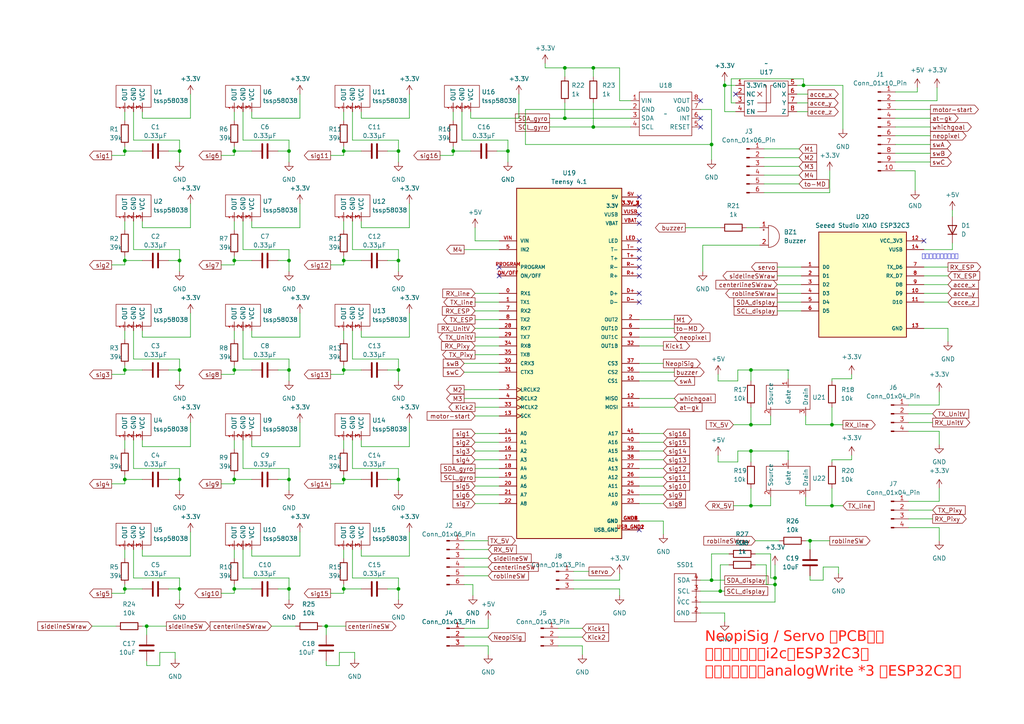
<source format=kicad_sch>
(kicad_sch (version 20230121) (generator eeschema)
  (paper "A4")
  (lib_symbols
    (symbol "Connector:Conn_01x03_Pin" (pin_names (offset 1.016) hide)
      (property "Reference" "J" (at 0 5.08 0))
      (property "Value" "Conn_01x03_Pin" (at 0 -5.08 0))
      (symbol "Conn_01x03_Pin_1_1"
        (pin passive line (at 5.08 2.54 180) (length 3.81) (name "Pin_1") (number "1"))
        (pin passive line (at 5.08 0 180) (length 3.81) (name "Pin_2") (number "2"))
        (pin passive line (at 5.08 -2.54 180) (length 3.81) (name "Pin_3") (number "3"))
      )
    )
    (symbol "Connector:Conn_01x04_Pin" (pin_names (offset 1.016) hide)
      (property "Reference" "J" (at 0 5.08 0))
      (property "Value" "Conn_01x04_Pin" (at 0 -7.62 0))
      (symbol "Conn_01x04_Pin_1_1"
        (pin passive line (at 5.08 2.54 180) (length 3.81) (name "Pin_1") (number "1"))
        (pin passive line (at 5.08 0 180) (length 3.81) (name "Pin_2") (number "2"))
        (pin passive line (at 5.08 -2.54 180) (length 3.81) (name "Pin_3") (number "3"))
        (pin passive line (at 5.08 -5.08 180) (length 3.81) (name "Pin_4") (number "4"))
      )
    )
    (symbol "Connector:Conn_01x06_Pin" (pin_names (offset 1.016) hide)
      (property "Reference" "J" (at 0 7.62 0))
      (property "Value" "Conn_01x06_Pin" (at 0 -10.16 0))
      (symbol "Conn_01x06_Pin_1_1"
        (pin passive line (at 5.08 5.08 180) (length 3.81) (name "Pin_1") (number "1"))
        (pin passive line (at 5.08 2.54 180) (length 3.81) (name "Pin_2") (number "2"))
        (pin passive line (at 5.08 0 180) (length 3.81) (name "Pin_3") (number "3"))
        (pin passive line (at 5.08 -2.54 180) (length 3.81) (name "Pin_4") (number "4"))
        (pin passive line (at 5.08 -5.08 180) (length 3.81) (name "Pin_5") (number "5"))
        (pin passive line (at 5.08 -7.62 180) (length 3.81) (name "Pin_6") (number "6"))
      )
    )
    (symbol "Connector:Conn_01x10_Pin" (pin_names (offset 1.016) hide)
      (property "Reference" "J" (at 0 12.7 0))
      (property "Value" "Conn_01x10_Pin" (at 0 -15.24 0))
      (symbol "Conn_01x10_Pin_1_1"
        (pin passive line (at 5.08 10.16 180) (length 3.81) (name "Pin_1") (number "1"))
        (pin passive line (at 5.08 -12.7 180) (length 3.81) (name "Pin_10") (number "10"))
        (pin passive line (at 5.08 7.62 180) (length 3.81) (name "Pin_2") (number "2"))
        (pin passive line (at 5.08 5.08 180) (length 3.81) (name "Pin_3") (number "3"))
        (pin passive line (at 5.08 2.54 180) (length 3.81) (name "Pin_4") (number "4"))
        (pin passive line (at 5.08 0 180) (length 3.81) (name "Pin_5") (number "5"))
        (pin passive line (at 5.08 -2.54 180) (length 3.81) (name "Pin_6") (number "6"))
        (pin passive line (at 5.08 -5.08 180) (length 3.81) (name "Pin_7") (number "7"))
        (pin passive line (at 5.08 -7.62 180) (length 3.81) (name "Pin_8") (number "8"))
        (pin passive line (at 5.08 -10.16 180) (length 3.81) (name "Pin_9") (number "9"))
      )
    )
    (symbol "Device:Buzzer" (pin_names (offset 0.0254) hide)
      (property "Reference" "BZ" (at 3.81 1.27 0))
      (property "Value" "Buzzer" (at 3.81 -1.27 0))
      (symbol "Buzzer_1_1"
        (pin passive line (at -2.54 2.54 0) (length 2.54) (name "-") (number "1"))
        (pin passive line (at -2.54 -2.54 0) (length 2.54) (name "+") (number "2"))
      )
    )
    (symbol "Device:C" (pin_numbers hide) (pin_names (offset 0.254))
      (property "Reference" "C" (at 0.635 2.54 0))
      (property "Value" "C" (at 0.635 -2.54 0))
      (symbol "C_1_1"
        (pin passive line (at 0 3.81 270) (length 2.794) (name "~") (number "1"))
        (pin passive line (at 0 -3.81 90) (length 2.794) (name "~") (number "2"))
      )
    )
    (symbol "Device:D" (pin_numbers hide) (pin_names (offset 1.016) hide)
      (property "Reference" "D" (at 0 2.54 0))
      (property "Value" "D" (at 0 -2.54 0))
      (symbol "D_1_1"
        (pin passive line (at -3.81 0 0) (length 2.54) (name "K") (number "1"))
        (pin passive line (at 3.81 0 180) (length 2.54) (name "A") (number "2"))
      )
    )
    (symbol "Device:R" (pin_numbers hide) (pin_names (offset 0))
      (property "Reference" "R" (at 2.032 0 90))
      (property "Value" "R" (at 0 0 90))
      (symbol "R_1_1"
        (pin passive line (at 0 3.81 270) (length 1.27) (name "~") (number "1"))
        (pin passive line (at 0 -3.81 90) (length 1.27) (name "~") (number "2"))
      )
    )
    (symbol "power:+3.3V" (power) (pin_names (offset 0))
      (property "Value" "+3.3V" (at 0 3.556 0))
      (symbol "+3.3V_1_1"
        (pin power_in line (at 0 0 90) (length 0) hide (name "+3.3V") (number "1"))
      )
    )
    (symbol "power:+5V" (power) (pin_names (offset 0))
      (property "Value" "+5V" (at 0 3.556 0))
      (symbol "+5V_1_1"
        (pin power_in line (at 0 0 90) (length 0) hide (name "+5V") (number "1"))
      )
    )
    (symbol "power:GND" (power) (pin_names (offset 0))
      (property "Value" "GND" (at 0 -3.81 0))
      (symbol "GND_1_1"
        (pin power_in line (at 0 0 270) (length 0) hide (name "GND") (number "1"))
      )
    )
    (symbol "sunpare2023:AE-BN0055-B0"
      (property "Reference" "U" (at 0 7.62 0))
      (symbol "AE-BN0055-B0_1_1"
        (pin passive line (at -10.16 3.81 0) (length 2.54) (name "VIN") (number "1"))
        (pin passive line (at -10.16 1.27 0) (length 2.54) (name "GND") (number "2"))
        (pin passive line (at -10.16 -1.27 0) (length 2.54) (name "SDA") (number "3"))
        (pin passive line (at -10.16 -3.81 0) (length 2.54) (name "SCL") (number "4"))
        (pin passive line (at 10.16 -3.81 180) (length 2.54) (name "RESET") (number "5"))
        (pin passive line (at 10.16 -1.27 180) (length 2.54) (name "INT") (number "6"))
        (pin passive line (at 10.16 1.27 180) (length 2.54) (name "GND") (number "7"))
        (pin passive line (at 10.16 3.81 180) (length 2.54) (name "VOUT") (number "8"))
      )
    )
    (symbol "sunpare2023:BSS138"
      (property "Reference" "U" (at 0 2.54 0))
      (symbol "BSS138_1_1"
        (pin passive line (at 0 0 270) (length 2.54) (name "Gate") (number "1"))
        (pin passive line (at -5.08 -10.795 90) (length 2.54) (name "Source") (number "2"))
        (pin passive line (at 5.08 -10.795 90) (length 2.54) (name "Drain") (number "3"))
      )
    )
    (symbol "sunpare2023:KXTC9-2050"
      (property "Reference" "U" (at 0 1.905 0))
      (symbol "KXTC9-2050_1_1"
        (pin passive line (at -8.89 -1.27 0) (length 2.54) (name "3.3Vin") (number "1"))
        (pin passive line (at -8.89 -3.81 0) (length 2.54) (name "NC") (number "2"))
        (pin passive line (at -8.89 -6.35 0) (length 2.54) (name "ST") (number "3"))
        (pin passive line (at -8.89 -8.89 0) (length 2.54) (name "EN") (number "4"))
        (pin passive line (at 8.89 -1.27 180) (length 2.54) (name "GND") (number "5"))
        (pin passive line (at 8.89 -3.81 180) (length 2.54) (name "X") (number "6"))
        (pin passive line (at 8.89 -6.35 180) (length 2.54) (name "Y") (number "7"))
        (pin passive line (at 8.89 -8.89 180) (length 2.54) (name "Z") (number "8"))
      )
    )
    (symbol "sunpare2023:SSD1306"
      (property "Reference" "SSD1306" (at 0 3.175 0))
      (symbol "SSD1306_1_1"
        (pin passive line (at -1.27 -6.35 90) (length 2.54) (name "VCC") (number "1"))
        (pin passive line (at -4.445 -6.35 90) (length 2.54) (name "GND") (number "2"))
        (pin passive line (at 1.905 -6.35 90) (length 2.54) (name "SCL") (number "3"))
        (pin passive line (at 5.08 -6.35 90) (length 2.54) (name "SDA") (number "4"))
      )
    )
    (symbol "sunpare2023:Seeed Studio XIAO ESP32C3" (pin_names (offset 1.016))
      (property "Reference" "U" (at -12.7 16.002 0))
      (property "Value" "Seeed Studio XIAO ESP32C3" (at -12.7 -17.78 0))
      (symbol "Seeed Studio XIAO ESP32C3_0_0"
        (pin bidirectional line (at -17.78 5.08 0) (length 5.08) (name "D0") (number "1"))
        (pin bidirectional line (at 17.78 -2.54 180) (length 5.08) (name "D9") (number "10"))
        (pin bidirectional line (at 17.78 -5.08 180) (length 5.08) (name "D10") (number "11"))
        (pin power_in line (at 17.78 12.7 180) (length 5.08) (name "VCC_3V3") (number "12"))
        (pin power_in line (at 17.78 -12.7 180) (length 5.08) (name "GND") (number "13"))
        (pin power_in line (at 17.78 10.16 180) (length 5.08) (name "VUSB") (number "14"))
        (pin bidirectional line (at -17.78 2.54 0) (length 5.08) (name "D1") (number "2"))
        (pin bidirectional line (at -17.78 0 0) (length 5.08) (name "D2") (number "3"))
        (pin bidirectional line (at -17.78 -2.54 0) (length 5.08) (name "D3") (number "4"))
        (pin bidirectional line (at -17.78 -5.08 0) (length 5.08) (name "D4") (number "5"))
        (pin bidirectional line (at -17.78 -7.62 0) (length 5.08) (name "D5") (number "6"))
        (pin bidirectional line (at 17.78 5.08 180) (length 5.08) (name "TX_D6") (number "7"))
        (pin bidirectional line (at 17.78 2.54 180) (length 5.08) (name "RX_D7") (number "8"))
        (pin bidirectional line (at 17.78 0 180) (length 5.08) (name "D8") (number "9"))
      )
    )
    (symbol "sunpare2023:Teensy 4.1" (pin_names (offset 1.016))
      (property "Reference" "U" (at -15.24 52.07 0))
      (property "Value" "Teensy 4.1" (at -15.24 -53.34 0))
      (symbol "Teensy 4.1_0_0"
        (pin bidirectional line (at -20.32 20.32 0) (length 5.08) (name "RX1") (number "0"))
        (pin bidirectional line (at -20.32 17.78 0) (length 5.08) (name "TX1") (number "1"))
        (pin bidirectional line (at 20.32 -5.08 180) (length 5.08) (name "CS1") (number "10"))
        (pin bidirectional line (at 20.32 -12.7 180) (length 5.08) (name "MOSI") (number "11"))
        (pin bidirectional line (at 20.32 -10.16 180) (length 5.08) (name "MISO") (number "12"))
        (pin bidirectional clock (at -20.32 -15.24 0) (length 5.08) (name "SCK") (number "13"))
        (pin bidirectional line (at -20.32 -20.32 0) (length 5.08) (name "A0") (number "14"))
        (pin bidirectional line (at -20.32 -22.86 0) (length 5.08) (name "A1") (number "15"))
        (pin bidirectional line (at -20.32 -25.4 0) (length 5.08) (name "A2") (number "16"))
        (pin bidirectional line (at -20.32 -27.94 0) (length 5.08) (name "A3") (number "17"))
        (pin bidirectional line (at -20.32 -30.48 0) (length 5.08) (name "A4") (number "18"))
        (pin bidirectional line (at -20.32 -33.02 0) (length 5.08) (name "A5") (number "19"))
        (pin output line (at 20.32 12.7 180) (length 5.08) (name "OUT2") (number "2"))
        (pin bidirectional line (at -20.32 -35.56 0) (length 5.08) (name "A6") (number "20"))
        (pin bidirectional line (at -20.32 -38.1 0) (length 5.08) (name "A7") (number "21"))
        (pin bidirectional line (at -20.32 -40.64 0) (length 5.08) (name "A8") (number "22"))
        (pin bidirectional line (at 20.32 -40.64 180) (length 5.08) (name "A9") (number "23"))
        (pin bidirectional line (at 20.32 -38.1 180) (length 5.08) (name "A10") (number "24"))
        (pin bidirectional line (at 20.32 -35.56 180) (length 5.08) (name "A11") (number "25"))
        (pin bidirectional line (at 20.32 -33.02 180) (length 5.08) (name "A12") (number "26"))
        (pin bidirectional line (at 20.32 -30.48 180) (length 5.08) (name "A13") (number "27"))
        (pin bidirectional line (at -20.32 10.16 0) (length 5.08) (name "RX7") (number "28"))
        (pin bidirectional line (at -20.32 7.62 0) (length 5.08) (name "TX7") (number "29"))
        (pin bidirectional clock (at -20.32 -7.62 0) (length 5.08) (name "LRCLK2") (number "3"))
        (pin power_in line (at 20.32 45.72 180) (length 5.08) (name "3.3V") (number "3.3V_1"))
        (pin power_in line (at 20.32 45.72 180) (length 5.08) (name "3.3V") (number "3.3V_2"))
        (pin power_in line (at 20.32 45.72 180) (length 5.08) (name "3.3V") (number "3.3V_3"))
        (pin bidirectional line (at -20.32 0 0) (length 5.08) (name "CRX3") (number "30"))
        (pin bidirectional line (at -20.32 -2.54 0) (length 5.08) (name "CTX3") (number "31"))
        (pin output line (at 20.32 5.08 180) (length 5.08) (name "OUT1B") (number "32"))
        (pin bidirectional clock (at -20.32 -12.7 0) (length 5.08) (name "MCLK2") (number "33"))
        (pin bidirectional line (at -20.32 5.08 0) (length 5.08) (name "RX8") (number "34"))
        (pin bidirectional line (at -20.32 2.54 0) (length 5.08) (name "TX8") (number "35"))
        (pin bidirectional line (at 20.32 -2.54 180) (length 5.08) (name "CS2") (number "36"))
        (pin bidirectional line (at 20.32 0 180) (length 5.08) (name "CS3") (number "37"))
        (pin bidirectional line (at 20.32 -27.94 180) (length 5.08) (name "A14") (number "38"))
        (pin bidirectional line (at 20.32 -25.4 180) (length 5.08) (name "A15") (number "39"))
        (pin bidirectional clock (at -20.32 -10.16 0) (length 5.08) (name "BCLK2") (number "4"))
        (pin bidirectional line (at 20.32 -22.86 180) (length 5.08) (name "A16") (number "40"))
        (pin bidirectional line (at 20.32 -20.32 180) (length 5.08) (name "A17") (number "41"))
        (pin bidirectional line (at -20.32 33.02 0) (length 5.08) (name "IN2") (number "5"))
        (pin power_in line (at 20.32 48.26 180) (length 5.08) (name "5V") (number "5V"))
        (pin output line (at 20.32 10.16 180) (length 5.08) (name "OUT1D") (number "6"))
        (pin bidirectional line (at -20.32 15.24 0) (length 5.08) (name "RX2") (number "7"))
        (pin bidirectional line (at -20.32 12.7 0) (length 5.08) (name "TX2") (number "8"))
        (pin output line (at 20.32 7.62 180) (length 5.08) (name "OUT1C") (number "9"))
        (pin bidirectional line (at 20.32 20.32 180) (length 5.08) (name "D+") (number "D+"))
        (pin bidirectional line (at 20.32 17.78 180) (length 5.08) (name "D-") (number "D-"))
        (pin power_in line (at 20.32 -45.72 180) (length 5.08) (name "GND") (number "GND1"))
        (pin power_in line (at 20.32 -45.72 180) (length 5.08) (name "GND") (number "GND2"))
        (pin power_in line (at 20.32 -45.72 180) (length 5.08) (name "GND") (number "GND3"))
        (pin power_in line (at 20.32 -45.72 180) (length 5.08) (name "GND") (number "GND4"))
        (pin power_in line (at 20.32 -45.72 180) (length 5.08) (name "GND") (number "GND5"))
        (pin bidirectional line (at 20.32 35.56 180) (length 5.08) (name "LED") (number "LED"))
        (pin bidirectional line (at -20.32 25.4 0) (length 5.08) (name "ON/OFF") (number "ON/OFF"))
        (pin bidirectional line (at -20.32 27.94 0) (length 5.08) (name "PROGRAM") (number "PROGRAM"))
        (pin bidirectional line (at 20.32 25.4 180) (length 5.08) (name "R+") (number "R+"))
        (pin bidirectional line (at 20.32 27.94 180) (length 5.08) (name "R-") (number "R-"))
        (pin bidirectional line (at 20.32 30.48 180) (length 5.08) (name "T+") (number "T+"))
        (pin bidirectional line (at 20.32 33.02 180) (length 5.08) (name "T-") (number "T-"))
        (pin power_in line (at 20.32 -48.26 180) (length 5.08) (name "USB_GND") (number "USB_GND1"))
        (pin power_in line (at 20.32 -48.26 180) (length 5.08) (name "USB_GND") (number "USB_GND2"))
        (pin passive line (at 20.32 40.64 180) (length 5.08) (name "VBAT") (number "VBAT"))
        (pin input line (at -20.32 35.56 0) (length 5.08) (name "VIN") (number "VIN"))
        (pin passive line (at 20.32 43.18 180) (length 5.08) (name "VUSB") (number "VUSB"))
      )
    )
    (symbol "sunpare2023:tssp58038"
      (property "Reference" "U" (at 0 3.175 0))
      (property "Value" "tssp58038" (at 0 1.27 0))
      (symbol "tssp58038_1_1"
        (pin passive line (at -2.54 -7.62 90) (length 2.54) (name "OUT") (number "1"))
        (pin passive line (at 0 -7.62 90) (length 2.54) (name "GND") (number "2"))
        (pin passive line (at 2.54 -7.62 90) (length 2.54) (name "VCC") (number "3"))
      )
    )
  )
  (junction (at 234.95 156.845))
  (junction (at 94.615 181.61))
  (junction (at 163.83 19.685))
  (junction (at 208.915 171.45))
  (junction (at 241.3 146.685))
  (junction (at 172.085 19.685))
  (junction (at 83.82 170.815))
  (junction (at 224.79 169.545))
  (junction (at 83.82 139.065))
  (junction (at 210.185 24.765))
  (junction (at 241.3 123.19))
  (junction (at 224.79 167.64))
  (junction (at 42.545 181.61))
  (junction (at 52.07 107.315))
  (junction (at 217.805 146.685))
  (junction (at 67.945 43.815))
  (junction (at 52.07 170.815))
  (junction (at 83.82 107.315))
  (junction (at 67.945 75.565))
  (junction (at 115.57 139.065))
  (junction (at 67.945 139.065))
  (junction (at 99.695 107.315))
  (junction (at 67.945 170.815))
  (junction (at 67.945 107.315))
  (junction (at 52.07 43.815))
  (junction (at 163.83 34.29))
  (junction (at 99.695 139.065))
  (junction (at 36.195 43.815))
  (junction (at 115.57 75.565))
  (junction (at 206.375 168.275))
  (junction (at 99.695 75.565))
  (junction (at 172.085 36.83))
  (junction (at 131.445 43.815))
  (junction (at 217.805 107.315))
  (junction (at 52.07 139.065))
  (junction (at 36.195 139.065))
  (junction (at 83.82 75.565))
  (junction (at 99.695 43.815))
  (junction (at 36.195 75.565))
  (junction (at 115.57 43.815))
  (junction (at 36.195 107.315))
  (junction (at 206.375 41.91))
  (junction (at 115.57 107.315))
  (junction (at 217.805 130.81))
  (junction (at 52.07 75.565))
  (junction (at 36.195 170.815))
  (junction (at 233.045 24.765))
  (junction (at 217.805 123.19))
  (junction (at 83.82 43.815))
  (junction (at 99.695 170.815))
  (junction (at 115.57 170.815))
  (junction (at 147.32 43.815))
  (no_connect (at 185.42 80.01))
  (no_connect (at 144.78 80.01))
  (no_connect (at 203.2 36.83))
  (no_connect (at 185.42 59.69))
  (no_connect (at 203.2 34.29))
  (no_connect (at 185.42 57.15))
  (no_connect (at 185.42 72.39))
  (no_connect (at 213.36 27.305))
  (no_connect (at 267.97 69.85))
  (no_connect (at 185.42 64.77))
  (no_connect (at 185.42 85.09))
  (no_connect (at 185.42 87.63))
  (no_connect (at 185.42 74.93))
  (no_connect (at 185.42 62.23))
  (no_connect (at 185.42 69.85))
  (no_connect (at 185.42 153.67))
  (no_connect (at 185.42 77.47))
  (no_connect (at 203.2 29.21))
  (no_connect (at 144.78 77.47))
  (wire (pts (xy 36.195 43.815) (xy 41.275 43.815)))
  (wire (pts (xy 137.795 130.81) (xy 144.78 130.81)))
  (wire (pts (xy 137.795 66.04) (xy 137.795 69.85)))
  (wire (pts (xy 70.485 40.64) (xy 83.82 40.64)))
  (wire (pts (xy 166.37 170.815) (xy 179.705 170.815)))
  (wire (pts (xy 64.135 76.835) (xy 67.945 76.835)))
  (wire (pts (xy 137.795 95.25) (xy 144.78 95.25)))
  (wire (pts (xy 137.795 69.85) (xy 144.78 69.85)))
  (wire (pts (xy 115.57 43.815) (xy 115.57 46.99)))
  (wire (pts (xy 73.025 161.29) (xy 86.995 161.29)))
  (wire (pts (xy 219.075 160.655) (xy 223.52 160.655)))
  (wire (pts (xy 38.735 127.635) (xy 38.735 135.89)))
  (wire (pts (xy 36.195 159.385) (xy 36.195 161.925)))
  (wire (pts (xy 41.275 181.61) (xy 42.545 181.61)))
  (wire (pts (xy 52.07 72.39) (xy 52.07 75.565)))
  (wire (pts (xy 270.51 122.555) (xy 263.525 122.555)))
  (wire (pts (xy 206.375 160.655) (xy 206.375 168.275)))
  (wire (pts (xy 115.57 170.815) (xy 115.57 173.99)))
  (wire (pts (xy 134.62 169.545) (xy 137.16 169.545)))
  (wire (pts (xy 179.705 168.275) (xy 179.705 166.37)))
  (wire (pts (xy 102.235 104.14) (xy 115.57 104.14)))
  (wire (pts (xy 38.735 135.89) (xy 52.07 135.89)))
  (wire (pts (xy 228.6 130.81) (xy 217.805 130.81)))
  (wire (pts (xy 211.455 160.655) (xy 206.375 160.655)))
  (wire (pts (xy 99.695 127.635) (xy 99.695 130.175)))
  (wire (pts (xy 41.275 129.54) (xy 55.245 129.54)))
  (wire (pts (xy 192.405 143.51) (xy 185.42 143.51)))
  (wire (pts (xy 259.715 46.99) (xy 269.875 46.99)))
  (wire (pts (xy 112.395 107.315) (xy 115.57 107.315)))
  (wire (pts (xy 263.525 153.035) (xy 272.415 153.035)))
  (wire (pts (xy 115.57 104.14) (xy 115.57 107.315)))
  (wire (pts (xy 136.525 34.29) (xy 150.495 34.29)))
  (wire (pts (xy 172.085 19.685) (xy 179.705 19.685)))
  (wire (pts (xy 94.615 181.61) (xy 94.615 184.15)))
  (wire (pts (xy 99.695 43.815) (xy 104.775 43.815)))
  (wire (pts (xy 86.995 66.04) (xy 86.995 59.055)))
  (wire (pts (xy 212.09 29.845) (xy 212.09 22.86)))
  (wire (pts (xy 52.07 43.815) (xy 52.07 46.99)))
  (wire (pts (xy 259.715 41.91) (xy 269.875 41.91)))
  (wire (pts (xy 147.32 40.64) (xy 147.32 43.815)))
  (wire (pts (xy 208.28 133.985) (xy 213.995 133.985)))
  (wire (pts (xy 127.635 45.085) (xy 131.445 45.085)))
  (wire (pts (xy 52.07 104.14) (xy 52.07 107.315)))
  (wire (pts (xy 99.695 107.315) (xy 99.695 108.585)))
  (wire (pts (xy 221.615 48.26) (xy 231.775 48.26)))
  (wire (pts (xy 115.57 75.565) (xy 115.57 78.74)))
  (wire (pts (xy 136.525 32.385) (xy 136.525 34.29)))
  (wire (pts (xy 52.07 40.64) (xy 52.07 43.815)))
  (wire (pts (xy 192.405 138.43) (xy 185.42 138.43)))
  (wire (pts (xy 225.425 82.55) (xy 232.41 82.55)))
  (wire (pts (xy 46.355 193.04) (xy 46.355 189.23)))
  (wire (pts (xy 137.795 97.79) (xy 144.78 97.79)))
  (wire (pts (xy 161.925 184.785) (xy 168.91 184.785)))
  (wire (pts (xy 259.715 26.67) (xy 266.065 26.67)))
  (wire (pts (xy 99.695 74.295) (xy 99.695 75.565)))
  (wire (pts (xy 115.57 167.64) (xy 115.57 170.815)))
  (wire (pts (xy 134.62 167.005) (xy 141.605 167.005)))
  (wire (pts (xy 137.795 125.73) (xy 144.78 125.73)))
  (wire (pts (xy 36.195 64.135) (xy 36.195 66.675)))
  (wire (pts (xy 233.68 123.19) (xy 241.3 123.19)))
  (wire (pts (xy 217.805 118.11) (xy 217.805 123.19)))
  (wire (pts (xy 221.615 55.88) (xy 240.665 55.88)))
  (wire (pts (xy 241.3 141.605) (xy 241.3 146.685)))
  (wire (pts (xy 70.485 127.635) (xy 70.485 135.89)))
  (wire (pts (xy 259.715 31.75) (xy 269.875 31.75)))
  (wire (pts (xy 131.445 43.815) (xy 131.445 45.085)))
  (wire (pts (xy 159.385 34.29) (xy 163.83 34.29)))
  (wire (pts (xy 213.995 107.315) (xy 217.805 107.315)))
  (wire (pts (xy 212.09 22.86) (xy 233.045 22.86)))
  (wire (pts (xy 144.78 105.41) (xy 134.62 105.41)))
  (wire (pts (xy 38.735 32.385) (xy 38.735 40.64)))
  (wire (pts (xy 38.735 159.385) (xy 38.735 167.64)))
  (wire (pts (xy 36.195 169.545) (xy 36.195 170.815)))
  (wire (pts (xy 166.37 168.275) (xy 179.705 168.275)))
  (wire (pts (xy 241.3 109.855) (xy 241.3 110.49)))
  (wire (pts (xy 185.42 115.57) (xy 195.58 115.57)))
  (wire (pts (xy 115.57 40.64) (xy 115.57 43.815)))
  (wire (pts (xy 36.195 170.815) (xy 41.275 170.815)))
  (wire (pts (xy 41.275 66.04) (xy 55.245 66.04)))
  (wire (pts (xy 163.83 29.845) (xy 163.83 34.29)))
  (wire (pts (xy 141.605 187.325) (xy 141.605 189.865)))
  (wire (pts (xy 80.645 170.815) (xy 83.82 170.815)))
  (wire (pts (xy 206.375 41.91) (xy 206.375 46.355)))
  (wire (pts (xy 206.375 31.75) (xy 206.375 41.91)))
  (wire (pts (xy 102.235 32.385) (xy 102.235 40.64)))
  (wire (pts (xy 192.405 105.41) (xy 185.42 105.41)))
  (wire (pts (xy 104.775 97.79) (xy 118.745 97.79)))
  (wire (pts (xy 276.225 70.485) (xy 276.225 72.39)))
  (wire (pts (xy 112.395 170.815) (xy 115.57 170.815)))
  (wire (pts (xy 141.605 187.325) (xy 134.62 187.325)))
  (wire (pts (xy 223.52 146.685) (xy 223.52 144.145)))
  (wire (pts (xy 208.28 108.585) (xy 208.28 110.49)))
  (wire (pts (xy 210.185 177.8) (xy 210.185 180.34)))
  (wire (pts (xy 244.475 37.465) (xy 244.475 24.765)))
  (wire (pts (xy 95.885 45.085) (xy 99.695 45.085)))
  (wire (pts (xy 104.775 127.635) (xy 104.775 129.54)))
  (wire (pts (xy 104.775 34.29) (xy 118.745 34.29)))
  (wire (pts (xy 224.79 167.64) (xy 224.79 163.83)))
  (wire (pts (xy 206.375 168.275) (xy 203.2 168.275)))
  (wire (pts (xy 144.78 72.39) (xy 134.62 72.39)))
  (wire (pts (xy 67.945 139.065) (xy 73.025 139.065)))
  (wire (pts (xy 99.695 159.385) (xy 99.695 161.925)))
  (wire (pts (xy 86.995 129.54) (xy 86.995 122.555)))
  (wire (pts (xy 203.835 71.12) (xy 203.835 78.74)))
  (wire (pts (xy 141.605 182.245) (xy 134.62 182.245)))
  (wire (pts (xy 67.945 107.315) (xy 73.025 107.315)))
  (wire (pts (xy 203.2 174.625) (xy 224.79 174.625)))
  (wire (pts (xy 265.43 49.53) (xy 265.43 55.245)))
  (wire (pts (xy 99.695 139.065) (xy 104.775 139.065)))
  (wire (pts (xy 67.945 75.565) (xy 67.945 76.835)))
  (wire (pts (xy 208.915 66.04) (xy 198.755 66.04)))
  (wire (pts (xy 137.16 169.545) (xy 137.16 172.72)))
  (wire (pts (xy 144.145 43.815) (xy 147.32 43.815)))
  (wire (pts (xy 36.195 75.565) (xy 36.195 76.835)))
  (wire (pts (xy 222.25 163.83) (xy 222.25 169.545)))
  (wire (pts (xy 36.195 139.065) (xy 41.275 139.065)))
  (wire (pts (xy 259.715 39.37) (xy 269.875 39.37)))
  (wire (pts (xy 83.82 139.065) (xy 83.82 142.24)))
  (wire (pts (xy 55.245 129.54) (xy 55.245 122.555)))
  (wire (pts (xy 219.075 156.845) (xy 226.06 156.845)))
  (wire (pts (xy 241.3 118.11) (xy 241.3 123.19)))
  (wire (pts (xy 42.545 181.61) (xy 42.545 184.15)))
  (wire (pts (xy 99.695 170.815) (xy 104.775 170.815)))
  (wire (pts (xy 102.235 72.39) (xy 115.57 72.39)))
  (wire (pts (xy 42.545 193.04) (xy 42.545 191.77)))
  (wire (pts (xy 134.62 161.925) (xy 141.605 161.925)))
  (wire (pts (xy 67.945 43.815) (xy 67.945 45.085)))
  (wire (pts (xy 99.695 42.545) (xy 99.695 43.815)))
  (wire (pts (xy 158.115 19.685) (xy 163.83 19.685)))
  (wire (pts (xy 41.275 64.135) (xy 41.275 66.04)))
  (wire (pts (xy 95.885 172.085) (xy 99.695 172.085)))
  (wire (pts (xy 192.405 146.05) (xy 185.42 146.05)))
  (wire (pts (xy 41.275 95.885) (xy 41.275 97.79)))
  (wire (pts (xy 70.485 32.385) (xy 70.485 40.64)))
  (wire (pts (xy 234.95 168.275) (xy 234.95 167.005)))
  (wire (pts (xy 210.185 32.385) (xy 210.185 24.765)))
  (wire (pts (xy 93.345 181.61) (xy 94.615 181.61)))
  (wire (pts (xy 36.195 106.045) (xy 36.195 107.315)))
  (wire (pts (xy 52.07 170.815) (xy 52.07 173.99)))
  (wire (pts (xy 241.3 133.35) (xy 247.015 133.35)))
  (wire (pts (xy 32.385 108.585) (xy 36.195 108.585)))
  (wire (pts (xy 272.415 156.845) (xy 272.415 153.035)))
  (wire (pts (xy 52.07 75.565) (xy 52.07 78.74)))
  (wire (pts (xy 211.455 163.83) (xy 208.915 163.83)))
  (wire (pts (xy 266.065 25.4) (xy 266.065 26.67)))
  (wire (pts (xy 241.3 133.35) (xy 241.3 133.985)))
  (wire (pts (xy 64.135 172.085) (xy 67.945 172.085)))
  (wire (pts (xy 241.3 123.19) (xy 244.475 123.19)))
  (wire (pts (xy 67.945 95.885) (xy 67.945 98.425)))
  (wire (pts (xy 67.945 137.795) (xy 67.945 139.065)))
  (wire (pts (xy 26.67 181.61) (xy 33.655 181.61)))
  (wire (pts (xy 203.2 31.75) (xy 206.375 31.75)))
  (wire (pts (xy 234.315 32.385) (xy 231.14 32.385)))
  (wire (pts (xy 46.355 189.23) (xy 50.8 189.23)))
  (wire (pts (xy 216.535 66.04) (xy 220.345 66.04)))
  (wire (pts (xy 270.51 150.495) (xy 263.525 150.495)))
  (wire (pts (xy 64.135 45.085) (xy 67.945 45.085)))
  (wire (pts (xy 163.83 19.685) (xy 163.83 22.225)))
  (wire (pts (xy 67.945 75.565) (xy 73.025 75.565)))
  (wire (pts (xy 259.715 49.53) (xy 265.43 49.53)))
  (wire (pts (xy 137.795 102.87) (xy 144.78 102.87)))
  (wire (pts (xy 219.075 163.83) (xy 222.25 163.83)))
  (wire (pts (xy 244.475 24.765) (xy 233.045 24.765)))
  (wire (pts (xy 172.085 19.685) (xy 172.085 22.225)))
  (wire (pts (xy 99.695 43.815) (xy 99.695 45.085)))
  (wire (pts (xy 73.025 34.29) (xy 86.995 34.29)))
  (wire (pts (xy 41.275 34.29) (xy 55.245 34.29)))
  (wire (pts (xy 38.735 40.64) (xy 52.07 40.64)))
  (wire (pts (xy 99.695 137.795) (xy 99.695 139.065)))
  (wire (pts (xy 179.705 19.685) (xy 179.705 29.21)))
  (wire (pts (xy 163.83 34.29) (xy 182.88 34.29)))
  (wire (pts (xy 210.185 177.8) (xy 203.2 177.8)))
  (wire (pts (xy 182.88 31.75) (xy 152.4 31.75)))
  (wire (pts (xy 80.645 75.565) (xy 83.82 75.565)))
  (wire (pts (xy 179.705 29.21) (xy 182.88 29.21)))
  (wire (pts (xy 172.085 36.83) (xy 182.88 36.83)))
  (wire (pts (xy 137.795 100.33) (xy 144.78 100.33)))
  (wire (pts (xy 104.775 159.385) (xy 104.775 161.29)))
  (wire (pts (xy 67.945 169.545) (xy 67.945 170.815)))
  (wire (pts (xy 48.895 170.815) (xy 52.07 170.815)))
  (wire (pts (xy 221.615 53.34) (xy 231.775 53.34)))
  (wire (pts (xy 99.695 64.135) (xy 99.695 66.675)))
  (wire (pts (xy 192.405 151.13) (xy 185.42 151.13)))
  (wire (pts (xy 192.405 128.27) (xy 185.42 128.27)))
  (wire (pts (xy 112.395 43.815) (xy 115.57 43.815)))
  (wire (pts (xy 208.28 132.08) (xy 208.28 133.985)))
  (wire (pts (xy 224.79 174.625) (xy 224.79 169.545)))
  (wire (pts (xy 233.045 22.86) (xy 233.045 24.765)))
  (wire (pts (xy 83.82 75.565) (xy 83.82 78.74)))
  (wire (pts (xy 80.645 43.815) (xy 83.82 43.815)))
  (wire (pts (xy 272.415 145.415) (xy 272.415 141.605)))
  (wire (pts (xy 131.445 43.815) (xy 136.525 43.815)))
  (wire (pts (xy 67.945 170.815) (xy 73.025 170.815)))
  (wire (pts (xy 86.995 161.29) (xy 86.995 154.305)))
  (wire (pts (xy 150.495 34.29) (xy 150.495 27.305)))
  (wire (pts (xy 274.955 77.47) (xy 267.97 77.47)))
  (wire (pts (xy 213.995 133.985) (xy 213.995 130.81)))
  (wire (pts (xy 38.735 72.39) (xy 52.07 72.39)))
  (wire (pts (xy 70.485 104.14) (xy 83.82 104.14)))
  (wire (pts (xy 83.82 72.39) (xy 83.82 75.565)))
  (wire (pts (xy 210.185 168.275) (xy 206.375 168.275)))
  (wire (pts (xy 52.07 167.64) (xy 52.07 170.815)))
  (wire (pts (xy 73.025 64.135) (xy 73.025 66.04)))
  (wire (pts (xy 52.07 135.89) (xy 52.07 139.065)))
  (wire (pts (xy 133.985 32.385) (xy 133.985 40.64)))
  (wire (pts (xy 225.425 85.09) (xy 232.41 85.09)))
  (wire (pts (xy 73.025 159.385) (xy 73.025 161.29)))
  (wire (pts (xy 221.615 45.72) (xy 231.775 45.72)))
  (wire (pts (xy 217.805 141.605) (xy 217.805 146.685)))
  (wire (pts (xy 259.715 36.83) (xy 269.875 36.83)))
  (wire (pts (xy 225.425 87.63) (xy 232.41 87.63)))
  (wire (pts (xy 210.185 23.495) (xy 210.185 24.765)))
  (wire (pts (xy 83.82 107.315) (xy 83.82 110.49)))
  (wire (pts (xy 212.725 146.685) (xy 217.805 146.685)))
  (wire (pts (xy 80.645 107.315) (xy 83.82 107.315)))
  (wire (pts (xy 137.795 140.97) (xy 144.78 140.97)))
  (wire (pts (xy 115.57 135.89) (xy 115.57 139.065)))
  (wire (pts (xy 234.95 156.845) (xy 234.95 159.385)))
  (wire (pts (xy 185.42 110.49) (xy 195.58 110.49)))
  (wire (pts (xy 141.605 184.785) (xy 134.62 184.785)))
  (wire (pts (xy 208.915 163.83) (xy 208.915 171.45)))
  (wire (pts (xy 192.405 125.73) (xy 185.42 125.73)))
  (wire (pts (xy 238.76 168.275) (xy 238.76 164.465)))
  (wire (pts (xy 213.36 29.845) (xy 212.09 29.845)))
  (wire (pts (xy 240.665 49.53) (xy 240.665 55.88)))
  (wire (pts (xy 144.78 118.11) (xy 137.795 118.11)))
  (wire (pts (xy 234.315 29.845) (xy 231.14 29.845)))
  (wire (pts (xy 83.82 43.815) (xy 83.82 46.99)))
  (wire (pts (xy 55.245 161.29) (xy 55.245 154.305)))
  (wire (pts (xy 228.6 109.855) (xy 228.6 107.315)))
  (wire (pts (xy 233.68 156.845) (xy 234.95 156.845)))
  (wire (pts (xy 112.395 75.565) (xy 115.57 75.565)))
  (wire (pts (xy 274.955 99.06) (xy 274.955 95.25)))
  (wire (pts (xy 276.225 60.96) (xy 276.225 62.865)))
  (wire (pts (xy 70.485 159.385) (xy 70.485 167.64)))
  (wire (pts (xy 36.195 95.885) (xy 36.195 98.425)))
  (wire (pts (xy 115.57 72.39) (xy 115.57 75.565)))
  (wire (pts (xy 144.78 107.95) (xy 134.62 107.95)))
  (wire (pts (xy 86.995 97.79) (xy 86.995 90.805)))
  (wire (pts (xy 41.275 127.635) (xy 41.275 129.54)))
  (wire (pts (xy 271.78 29.21) (xy 271.78 25.4)))
  (wire (pts (xy 263.525 117.475) (xy 272.415 117.475)))
  (wire (pts (xy 115.57 139.065) (xy 115.57 142.24)))
  (wire (pts (xy 134.62 156.845) (xy 141.605 156.845)))
  (wire (pts (xy 221.615 50.8) (xy 231.775 50.8)))
  (wire (pts (xy 73.025 127.635) (xy 73.025 129.54)))
  (wire (pts (xy 73.025 32.385) (xy 73.025 34.29)))
  (wire (pts (xy 36.195 170.815) (xy 36.195 172.085)))
  (wire (pts (xy 98.425 189.23) (xy 102.87 189.23)))
  (wire (pts (xy 272.415 117.475) (xy 272.415 113.665)))
  (wire (pts (xy 36.195 75.565) (xy 41.275 75.565)))
  (wire (pts (xy 159.385 36.83) (xy 172.085 36.83)))
  (wire (pts (xy 137.795 138.43) (xy 144.78 138.43)))
  (wire (pts (xy 80.645 139.065) (xy 83.82 139.065)))
  (wire (pts (xy 263.525 125.095) (xy 272.415 125.095)))
  (wire (pts (xy 102.235 167.64) (xy 115.57 167.64)))
  (wire (pts (xy 83.82 167.64) (xy 83.82 170.815)))
  (wire (pts (xy 99.695 139.065) (xy 99.695 140.335)))
  (wire (pts (xy 152.4 31.75) (xy 152.4 41.91)))
  (wire (pts (xy 137.795 143.51) (xy 144.78 143.51)))
  (wire (pts (xy 38.735 104.14) (xy 52.07 104.14)))
  (wire (pts (xy 104.775 66.04) (xy 118.745 66.04)))
  (wire (pts (xy 192.405 130.81) (xy 185.42 130.81)))
  (wire (pts (xy 70.485 167.64) (xy 83.82 167.64)))
  (wire (pts (xy 99.695 107.315) (xy 104.775 107.315)))
  (wire (pts (xy 70.485 95.885) (xy 70.485 104.14)))
  (wire (pts (xy 64.135 108.585) (xy 67.945 108.585)))
  (wire (pts (xy 238.76 164.465) (xy 243.205 164.465)))
  (wire (pts (xy 247.015 132.08) (xy 247.015 133.35)))
  (wire (pts (xy 70.485 135.89) (xy 83.82 135.89)))
  (wire (pts (xy 210.185 24.765) (xy 213.36 24.765)))
  (wire (pts (xy 225.425 90.17) (xy 232.41 90.17)))
  (wire (pts (xy 67.945 107.315) (xy 67.945 108.585)))
  (wire (pts (xy 83.82 40.64) (xy 83.82 43.815)))
  (wire (pts (xy 98.425 193.04) (xy 98.425 189.23)))
  (wire (pts (xy 220.345 71.12) (xy 203.835 71.12)))
  (wire (pts (xy 166.37 165.735) (xy 170.815 165.735)))
  (wire (pts (xy 78.74 181.61) (xy 85.725 181.61)))
  (wire (pts (xy 144.78 115.57) (xy 134.62 115.57)))
  (wire (pts (xy 134.62 159.385) (xy 141.605 159.385)))
  (wire (pts (xy 104.775 95.885) (xy 104.775 97.79)))
  (wire (pts (xy 102.235 40.64) (xy 115.57 40.64)))
  (wire (pts (xy 118.745 66.04) (xy 118.745 59.055)))
  (wire (pts (xy 55.245 66.04) (xy 55.245 59.055)))
  (wire (pts (xy 99.695 75.565) (xy 104.775 75.565)))
  (wire (pts (xy 131.445 32.385) (xy 131.445 34.925)))
  (wire (pts (xy 67.945 139.065) (xy 67.945 140.335)))
  (wire (pts (xy 102.235 159.385) (xy 102.235 167.64)))
  (wire (pts (xy 134.62 164.465) (xy 141.605 164.465)))
  (wire (pts (xy 179.705 170.815) (xy 179.705 172.72)))
  (wire (pts (xy 274.955 82.55) (xy 267.97 82.55)))
  (wire (pts (xy 67.945 32.385) (xy 67.945 34.925)))
  (wire (pts (xy 55.245 34.29) (xy 55.245 27.305)))
  (wire (pts (xy 48.895 107.315) (xy 52.07 107.315)))
  (wire (pts (xy 36.195 107.315) (xy 41.275 107.315)))
  (wire (pts (xy 217.805 146.685) (xy 223.52 146.685)))
  (wire (pts (xy 118.745 129.54) (xy 118.745 122.555)))
  (wire (pts (xy 118.745 161.29) (xy 118.745 154.305)))
  (wire (pts (xy 42.545 181.61) (xy 48.26 181.61)))
  (wire (pts (xy 67.945 106.045) (xy 67.945 107.315)))
  (wire (pts (xy 94.615 193.04) (xy 98.425 193.04)))
  (wire (pts (xy 102.235 135.89) (xy 115.57 135.89)))
  (wire (pts (xy 137.795 85.09) (xy 144.78 85.09)))
  (wire (pts (xy 67.945 42.545) (xy 67.945 43.815)))
  (wire (pts (xy 233.68 146.685) (xy 241.3 146.685)))
  (wire (pts (xy 131.445 42.545) (xy 131.445 43.815)))
  (wire (pts (xy 41.275 97.79) (xy 55.245 97.79)))
  (wire (pts (xy 73.025 129.54) (xy 86.995 129.54)))
  (wire (pts (xy 48.895 75.565) (xy 52.07 75.565)))
  (wire (pts (xy 168.91 187.325) (xy 161.925 187.325)))
  (wire (pts (xy 50.8 189.23) (xy 50.8 191.135)))
  (wire (pts (xy 272.415 128.905) (xy 272.415 125.095)))
  (wire (pts (xy 210.185 171.45) (xy 208.915 171.45)))
  (wire (pts (xy 185.42 92.71) (xy 195.58 92.71)))
  (wire (pts (xy 168.91 187.325) (xy 168.91 189.865)))
  (wire (pts (xy 73.025 97.79) (xy 86.995 97.79)))
  (wire (pts (xy 104.775 161.29) (xy 118.745 161.29)))
  (wire (pts (xy 95.885 76.835) (xy 99.695 76.835)))
  (wire (pts (xy 232.41 77.47) (xy 225.425 77.47)))
  (wire (pts (xy 41.275 159.385) (xy 41.275 161.29)))
  (wire (pts (xy 41.275 161.29) (xy 55.245 161.29)))
  (wire (pts (xy 104.775 64.135) (xy 104.775 66.04)))
  (wire (pts (xy 223.52 160.655) (xy 223.52 167.64)))
  (wire (pts (xy 104.775 32.385) (xy 104.775 34.29)))
  (wire (pts (xy 137.795 87.63) (xy 144.78 87.63)))
  (wire (pts (xy 233.68 144.145) (xy 233.68 146.685)))
  (wire (pts (xy 86.995 34.29) (xy 86.995 27.305)))
  (wire (pts (xy 32.385 45.085) (xy 36.195 45.085)))
  (wire (pts (xy 217.805 130.81) (xy 217.805 133.985)))
  (wire (pts (xy 36.195 42.545) (xy 36.195 43.815)))
  (wire (pts (xy 172.085 29.845) (xy 172.085 36.83)))
  (wire (pts (xy 32.385 76.835) (xy 36.195 76.835)))
  (wire (pts (xy 83.82 135.89) (xy 83.82 139.065)))
  (wire (pts (xy 64.135 140.335) (xy 67.945 140.335)))
  (wire (pts (xy 213.995 110.49) (xy 213.995 107.315)))
  (wire (pts (xy 185.42 100.33) (xy 192.405 100.33)))
  (wire (pts (xy 259.715 29.21) (xy 271.78 29.21)))
  (wire (pts (xy 185.42 95.25) (xy 195.58 95.25)))
  (wire (pts (xy 99.695 170.815) (xy 99.695 172.085)))
  (wire (pts (xy 223.52 167.64) (xy 224.79 167.64)))
  (wire (pts (xy 152.4 41.91) (xy 206.375 41.91)))
  (wire (pts (xy 70.485 64.135) (xy 70.485 72.39)))
  (wire (pts (xy 217.805 107.315) (xy 217.805 110.49)))
  (wire (pts (xy 185.42 97.79) (xy 195.58 97.79)))
  (wire (pts (xy 104.775 129.54) (xy 118.745 129.54)))
  (wire (pts (xy 234.95 168.275) (xy 238.76 168.275)))
  (wire (pts (xy 36.195 127.635) (xy 36.195 130.175)))
  (wire (pts (xy 137.795 146.05) (xy 144.78 146.05)))
  (wire (pts (xy 158.115 18.415) (xy 158.115 19.685)))
  (wire (pts (xy 137.795 133.35) (xy 144.78 133.35)))
  (wire (pts (xy 234.315 27.305) (xy 231.14 27.305)))
  (wire (pts (xy 224.79 169.545) (xy 224.79 167.64)))
  (wire (pts (xy 94.615 193.04) (xy 94.615 191.77)))
  (wire (pts (xy 223.52 123.19) (xy 223.52 120.65)))
  (wire (pts (xy 274.955 80.01) (xy 267.97 80.01)))
  (wire (pts (xy 263.525 145.415) (xy 272.415 145.415)))
  (wire (pts (xy 137.795 135.89) (xy 144.78 135.89)))
  (wire (pts (xy 137.795 90.17) (xy 144.78 90.17)))
  (wire (pts (xy 36.195 137.795) (xy 36.195 139.065)))
  (wire (pts (xy 137.795 128.27) (xy 144.78 128.27)))
  (wire (pts (xy 38.735 95.885) (xy 38.735 104.14)))
  (wire (pts (xy 67.945 64.135) (xy 67.945 66.675)))
  (wire (pts (xy 163.83 19.685) (xy 172.085 19.685)))
  (wire (pts (xy 217.805 123.19) (xy 223.52 123.19)))
  (wire (pts (xy 247.015 108.585) (xy 247.015 109.855)))
  (wire (pts (xy 228.6 107.315) (xy 217.805 107.315)))
  (wire (pts (xy 41.275 32.385) (xy 41.275 34.29)))
  (wire (pts (xy 185.42 107.95) (xy 195.58 107.95)))
  (wire (pts (xy 208.28 110.49) (xy 213.995 110.49)))
  (wire (pts (xy 99.695 106.045) (xy 99.695 107.315)))
  (wire (pts (xy 259.715 44.45) (xy 269.875 44.45)))
  (wire (pts (xy 208.915 171.45) (xy 203.2 171.45)))
  (wire (pts (xy 233.045 24.765) (xy 231.14 24.765)))
  (wire (pts (xy 67.945 159.385) (xy 67.945 161.925)))
  (wire (pts (xy 225.425 80.01) (xy 232.41 80.01)))
  (wire (pts (xy 32.385 172.085) (xy 36.195 172.085)))
  (wire (pts (xy 241.3 146.685) (xy 244.475 146.685)))
  (wire (pts (xy 102.235 95.885) (xy 102.235 104.14)))
  (wire (pts (xy 36.195 32.385) (xy 36.195 34.925)))
  (wire (pts (xy 185.42 118.11) (xy 195.58 118.11)))
  (wire (pts (xy 259.715 34.29) (xy 269.875 34.29)))
  (wire (pts (xy 243.205 164.465) (xy 243.205 166.37)))
  (wire (pts (xy 118.745 34.29) (xy 118.745 27.305)))
  (wire (pts (xy 141.605 179.705) (xy 141.605 182.245)))
  (wire (pts (xy 83.82 104.14) (xy 83.82 107.315)))
  (wire (pts (xy 38.735 64.135) (xy 38.735 72.39)))
  (wire (pts (xy 241.3 109.855) (xy 247.015 109.855)))
  (wire (pts (xy 67.945 127.635) (xy 67.945 130.175)))
  (wire (pts (xy 95.885 140.335) (xy 99.695 140.335)))
  (wire (pts (xy 36.195 74.295) (xy 36.195 75.565)))
  (wire (pts (xy 192.405 154.94) (xy 192.405 151.13)))
  (wire (pts (xy 192.405 135.89) (xy 185.42 135.89)))
  (wire (pts (xy 32.385 140.335) (xy 36.195 140.335)))
  (wire (pts (xy 102.235 127.635) (xy 102.235 135.89)))
  (wire (pts (xy 99.695 169.545) (xy 99.695 170.815)))
  (wire (pts (xy 99.695 95.885) (xy 99.695 98.425)))
  (wire (pts (xy 73.025 66.04) (xy 86.995 66.04)))
  (wire (pts (xy 67.945 74.295) (xy 67.945 75.565)))
  (wire (pts (xy 133.985 40.64) (xy 147.32 40.64)))
  (wire (pts (xy 267.97 72.39) (xy 276.225 72.39)))
  (wire (pts (xy 38.735 167.64) (xy 52.07 167.64)))
  (wire (pts (xy 221.615 43.18) (xy 231.775 43.18)))
  (wire (pts (xy 112.395 139.065) (xy 115.57 139.065)))
  (wire (pts (xy 137.795 120.65) (xy 144.78 120.65)))
  (wire (pts (xy 192.405 140.97) (xy 185.42 140.97)))
  (wire (pts (xy 36.195 43.815) (xy 36.195 45.085)))
  (wire (pts (xy 118.745 97.79) (xy 118.745 90.805)))
  (wire (pts (xy 55.245 97.79) (xy 55.245 90.805)))
  (wire (pts (xy 67.945 43.815) (xy 73.025 43.815)))
  (wire (pts (xy 137.795 92.71) (xy 144.78 92.71)))
  (wire (pts (xy 270.51 147.955) (xy 263.525 147.955)))
  (wire (pts (xy 70.485 72.39) (xy 83.82 72.39)))
  (wire (pts (xy 270.51 120.015) (xy 263.525 120.015)))
  (wire (pts (xy 99.695 75.565) (xy 99.695 76.835)))
  (wire (pts (xy 233.68 120.65) (xy 233.68 123.19)))
  (wire (pts (xy 144.78 113.03) (xy 134.62 113.03)))
  (wire (pts (xy 213.995 130.81) (xy 217.805 130.81)))
  (wire (pts (xy 52.07 139.065) (xy 52.07 142.24)))
  (wire (pts (xy 274.955 85.09) (xy 267.97 85.09)))
  (wire (pts (xy 274.955 95.25) (xy 267.97 95.25)))
  (wire (pts (xy 102.235 64.135) (xy 102.235 72.39)))
  (wire (pts (xy 67.945 170.815) (xy 67.945 172.085)))
  (wire (pts (xy 52.07 107.315) (xy 52.07 110.49)))
  (wire (pts (xy 36.195 139.065) (xy 36.195 140.335)))
  (wire (pts (xy 99.695 32.385) (xy 99.695 34.925)))
  (wire (pts (xy 213.36 32.385) (xy 210.185 32.385)))
  (wire (pts (xy 36.195 107.315) (xy 36.195 108.585)))
  (wire (pts (xy 161.925 182.245) (xy 168.91 182.245)))
  (wire (pts (xy 48.895 139.065) (xy 52.07 139.065)))
  (wire (pts (xy 102.87 189.23) (xy 102.87 191.135)))
  (wire (pts (xy 48.895 43.815) (xy 52.07 43.815)))
  (wire (pts (xy 83.82 170.815) (xy 83.82 173.99)))
  (wire (pts (xy 234.95 156.845) (xy 240.665 156.845)))
  (wire (pts (xy 73.025 95.885) (xy 73.025 97.79)))
  (wire (pts (xy 95.885 108.585) (xy 99.695 108.585)))
  (wire (pts (xy 212.725 123.19) (xy 217.805 123.19)))
  (wire (pts (xy 274.955 87.63) (xy 267.97 87.63)))
  (wire (pts (xy 94.615 181.61) (xy 100.33 181.61)))
  (wire (pts (xy 147.32 43.815) (xy 147.32 46.99)))
  (wire (pts (xy 228.6 133.35) (xy 228.6 130.81)))
  (wire (pts (xy 42.545 193.04) (xy 46.355 193.04)))
  (wire (pts (xy 115.57 107.315) (xy 115.57 110.49)))
  (wire (pts (xy 192.405 133.35) (xy 185.42 133.35)))
  (wire (pts (xy 222.25 169.545) (xy 224.79 169.545)))
  (text "NeopiSig / Servo のPCB変更\nディスプレイ用i2cをESP32C3へ\nラインセンサ用analogWrite *3 をESP32C3へ" (at 204.47 197.485 0) (effects (font (size 3 3)) (justify left bottom)))
  (text "あえて逆にしています" (at 267.335 75.565 0) (effects (font (size 1.27 1.27)) (justify left bottom)))
  (global_label "sig4" (shape output) (at 32.385 140.335 180) (property "Intersheetrefs" "${INTERSHEET_REFS}" (effects hide)))
  (global_label "servo" (shape output) (at 225.425 77.47 180) (property "Intersheetrefs" "${INTERSHEET_REFS}" (effects hide)))
  (global_label "TX_5V" (shape input) (at 212.725 123.19 180) (property "Intersheetrefs" "${INTERSHEET_REFS}" (effects hide)))
  (global_label "RX_line" (shape output) (at 244.475 123.19 0) (property "Intersheetrefs" "${INTERSHEET_REFS}" (effects hide)))
  (global_label "sig3" (shape output) (at 32.385 108.585 180) (property "Intersheetrefs" "${INTERSHEET_REFS}" (effects hide)))
  (global_label "to-MD" (shape input) (at 231.775 53.34 0) (property "Intersheetrefs" "${INTERSHEET_REFS}" (effects hide)))
  (global_label "TX_line" (shape input) (at 244.475 146.685 0) (property "Intersheetrefs" "${INTERSHEET_REFS}" (effects hide)))
  (global_label "SCL_gyro" (shape passive) (at 159.385 36.83 180) (property "Intersheetrefs" "${INTERSHEET_REFS}" (effects hide)))
  (global_label "to-MD" (shape output) (at 195.58 95.25 0) (property "Intersheetrefs" "${INTERSHEET_REFS}" (effects hide)))
  (global_label "M3" (shape output) (at 134.62 115.57 180) (property "Intersheetrefs" "${INTERSHEET_REFS}" (effects hide)))
  (global_label "sig12" (shape input) (at 192.405 135.89 0) (property "Intersheetrefs" "${INTERSHEET_REFS}" (effects hide)))
  (global_label "SDA_display" (shape passive) (at 210.185 168.275 0) (property "Intersheetrefs" "${INTERSHEET_REFS}" (effects hide)))
  (global_label "TX_Pixy" (shape input) (at 270.51 147.955 0) (property "Intersheetrefs" "${INTERSHEET_REFS}" (effects hide)))
  (global_label "roblineSWraw" (shape output) (at 225.425 85.09 180) (property "Intersheetrefs" "${INTERSHEET_REFS}" (effects hide)))
  (global_label "TX_UnitV" (shape input) (at 270.51 120.015 0) (property "Intersheetrefs" "${INTERSHEET_REFS}" (effects hide)))
  (global_label "M1" (shape input) (at 231.775 43.18 0) (property "Intersheetrefs" "${INTERSHEET_REFS}" (effects hide)))
  (global_label "sig16" (shape output) (at 127.635 45.085 180) (property "Intersheetrefs" "${INTERSHEET_REFS}" (effects hide)))
  (global_label "neopixel" (shape output) (at 269.875 39.37 0) (property "Intersheetrefs" "${INTERSHEET_REFS}" (effects hide)))
  (global_label "sig10" (shape input) (at 192.405 140.97 0) (property "Intersheetrefs" "${INTERSHEET_REFS}" (effects hide)))
  (global_label "motor-start" (shape output) (at 269.875 31.75 0) (property "Intersheetrefs" "${INTERSHEET_REFS}" (effects hide)))
  (global_label "Kick2" (shape output) (at 137.795 118.11 180) (property "Intersheetrefs" "${INTERSHEET_REFS}" (effects hide)))
  (global_label "sig3" (shape input) (at 137.795 130.81 180) (property "Intersheetrefs" "${INTERSHEET_REFS}" (effects hide)))
  (global_label "acce_z" (shape input) (at 274.955 87.63 0) (property "Intersheetrefs" "${INTERSHEET_REFS}" (effects hide)))
  (global_label "sig1" (shape output) (at 32.385 45.085 180) (property "Intersheetrefs" "${INTERSHEET_REFS}" (effects hide)))
  (global_label "RX_Pixy" (shape input) (at 137.795 100.33 180) (property "Intersheetrefs" "${INTERSHEET_REFS}" (effects hide)))
  (global_label "at-gk" (shape output) (at 269.875 34.29 0) (property "Intersheetrefs" "${INTERSHEET_REFS}" (effects hide)))
  (global_label "SCL_gyro" (shape passive) (at 137.795 138.43 180) (property "Intersheetrefs" "${INTERSHEET_REFS}" (effects hide)))
  (global_label "swA" (shape output) (at 269.875 41.91 0) (property "Intersheetrefs" "${INTERSHEET_REFS}" (effects hide)))
  (global_label "RX_UnitV" (shape output) (at 270.51 122.555 0) (property "Intersheetrefs" "${INTERSHEET_REFS}" (effects hide)))
  (global_label "roblineSWraw" (shape input) (at 219.075 156.845 180) (property "Intersheetrefs" "${INTERSHEET_REFS}" (effects hide)))
  (global_label "TX_Pixy" (shape output) (at 137.795 102.87 180) (property "Intersheetrefs" "${INTERSHEET_REFS}" (effects hide)))
  (global_label "roblineSW" (shape input) (at 141.605 167.005 0) (property "Intersheetrefs" "${INTERSHEET_REFS}" (effects hide)))
  (global_label "swB" (shape input) (at 134.62 105.41 180) (property "Intersheetrefs" "${INTERSHEET_REFS}" (effects hide)))
  (global_label "RX_5V" (shape output) (at 212.725 146.685 180) (property "Intersheetrefs" "${INTERSHEET_REFS}" (effects hide)))
  (global_label "sig9" (shape output) (at 64.135 140.335 180) (property "Intersheetrefs" "${INTERSHEET_REFS}" (effects hide)))
  (global_label "centerlineSWraw" (shape input) (at 225.425 82.55 180) (property "Intersheetrefs" "${INTERSHEET_REFS}" (effects hide)))
  (global_label "SDA_display" (shape passive) (at 225.425 87.63 180) (property "Intersheetrefs" "${INTERSHEET_REFS}" (effects hide)))
  (global_label "sig5" (shape input) (at 137.795 140.97 180) (property "Intersheetrefs" "${INTERSHEET_REFS}" (effects hide)))
  (global_label "swC" (shape input) (at 134.62 107.95 180) (property "Intersheetrefs" "${INTERSHEET_REFS}" (effects hide)))
  (global_label "sig13" (shape input) (at 192.405 133.35 0) (property "Intersheetrefs" "${INTERSHEET_REFS}" (effects hide)))
  (global_label "sig6" (shape input) (at 137.795 143.51 180) (property "Intersheetrefs" "${INTERSHEET_REFS}" (effects hide)))
  (global_label "sig2" (shape output) (at 32.385 76.835 180) (property "Intersheetrefs" "${INTERSHEET_REFS}" (effects hide)))
  (global_label "TX_5V" (shape output) (at 141.605 156.845 0) (property "Intersheetrefs" "${INTERSHEET_REFS}" (effects hide)))
  (global_label "motor-start" (shape input) (at 137.795 120.65 180) (property "Intersheetrefs" "${INTERSHEET_REFS}" (effects hide)))
  (global_label "SDA_gyro" (shape passive) (at 159.385 34.29 180) (property "Intersheetrefs" "${INTERSHEET_REFS}" (effects hide)))
  (global_label "M4" (shape output) (at 134.62 72.39 180) (property "Intersheetrefs" "${INTERSHEET_REFS}" (effects hide)))
  (global_label "buzzer" (shape output) (at 198.755 66.04 180) (property "Intersheetrefs" "${INTERSHEET_REFS}" (effects hide)))
  (global_label "sig11" (shape output) (at 95.885 45.085 180) (property "Intersheetrefs" "${INTERSHEET_REFS}" (effects hide)))
  (global_label "sidelineSWraw" (shape output) (at 225.425 80.01 180) (property "Intersheetrefs" "${INTERSHEET_REFS}" (effects hide)))
  (global_label "sig8" (shape output) (at 64.135 108.585 180) (property "Intersheetrefs" "${INTERSHEET_REFS}" (effects hide)))
  (global_label "NeopiSig" (shape output) (at 192.405 105.41 0) (property "Intersheetrefs" "${INTERSHEET_REFS}" (effects hide)))
  (global_label "sidelineSW" (shape input) (at 141.605 161.925 0) (property "Intersheetrefs" "${INTERSHEET_REFS}" (effects hide)))
  (global_label "centerlineSWraw" (shape input) (at 78.74 181.61 180) (property "Intersheetrefs" "${INTERSHEET_REFS}" (effects hide)))
  (global_label "sig1" (shape input) (at 137.795 125.73 180) (property "Intersheetrefs" "${INTERSHEET_REFS}" (effects hide)))
  (global_label "sig5" (shape output) (at 32.385 172.085 180) (property "Intersheetrefs" "${INTERSHEET_REFS}" (effects hide)))
  (global_label "sig15" (shape output) (at 95.885 172.085 180) (property "Intersheetrefs" "${INTERSHEET_REFS}" (effects hide)))
  (global_label "sig15" (shape input) (at 192.405 128.27 0) (property "Intersheetrefs" "${INTERSHEET_REFS}" (effects hide)))
  (global_label "sig7" (shape output) (at 64.135 76.835 180) (property "Intersheetrefs" "${INTERSHEET_REFS}" (effects hide)))
  (global_label "sidelineSWraw" (shape input) (at 26.67 181.61 180) (property "Intersheetrefs" "${INTERSHEET_REFS}" (effects hide)))
  (global_label "whichgoal" (shape input) (at 195.58 115.57 0) (property "Intersheetrefs" "${INTERSHEET_REFS}" (effects hide)))
  (global_label "sig14" (shape input) (at 192.405 130.81 0) (property "Intersheetrefs" "${INTERSHEET_REFS}" (effects hide)))
  (global_label "acce_x" (shape output) (at 234.315 27.305 0) (property "Intersheetrefs" "${INTERSHEET_REFS}" (effects hide)))
  (global_label "sidelineSW" (shape output) (at 48.26 181.61 0) (property "Intersheetrefs" "${INTERSHEET_REFS}" (effects hide)))
  (global_label "sig2" (shape input) (at 137.795 128.27 180) (property "Intersheetrefs" "${INTERSHEET_REFS}" (effects hide)))
  (global_label "TX_UnitV" (shape output) (at 137.795 97.79 180) (property "Intersheetrefs" "${INTERSHEET_REFS}" (effects hide)))
  (global_label "sig10" (shape output) (at 64.135 172.085 180) (property "Intersheetrefs" "${INTERSHEET_REFS}" (effects hide)))
  (global_label "Kick2" (shape input) (at 168.91 184.785 0) (property "Intersheetrefs" "${INTERSHEET_REFS}" (effects hide)))
  (global_label "sig4" (shape input) (at 137.795 133.35 180) (property "Intersheetrefs" "${INTERSHEET_REFS}" (effects hide)))
  (global_label "at-gk" (shape input) (at 195.58 118.11 0) (property "Intersheetrefs" "${INTERSHEET_REFS}" (effects hide)))
  (global_label "swC" (shape output) (at 269.875 46.99 0) (property "Intersheetrefs" "${INTERSHEET_REFS}" (effects hide)))
  (global_label "M2" (shape output) (at 134.62 113.03 180) (property "Intersheetrefs" "${INTERSHEET_REFS}" (effects hide)))
  (global_label "RX_ESP" (shape output) (at 274.955 77.47 0) (property "Intersheetrefs" "${INTERSHEET_REFS}" (effects hide)))
  (global_label "acce_x" (shape input) (at 274.955 82.55 0) (property "Intersheetrefs" "${INTERSHEET_REFS}" (effects hide)))
  (global_label "Kick1" (shape output) (at 192.405 100.33 0) (property "Intersheetrefs" "${INTERSHEET_REFS}" (effects hide)))
  (global_label "RX_UnitV" (shape input) (at 137.795 95.25 180) (property "Intersheetrefs" "${INTERSHEET_REFS}" (effects hide)))
  (global_label "sig6" (shape output) (at 64.135 45.085 180) (property "Intersheetrefs" "${INTERSHEET_REFS}" (effects hide)))
  (global_label "TX_ESP" (shape input) (at 274.955 80.01 0) (property "Intersheetrefs" "${INTERSHEET_REFS}" (effects hide)))
  (global_label "M3" (shape input) (at 231.775 48.26 0) (property "Intersheetrefs" "${INTERSHEET_REFS}" (effects hide)))
  (global_label "RX_ESP" (shape input) (at 137.795 90.17 180) (property "Intersheetrefs" "${INTERSHEET_REFS}" (effects hide)))
  (global_label "M2" (shape input) (at 231.775 45.72 0) (property "Intersheetrefs" "${INTERSHEET_REFS}" (effects hide)))
  (global_label "neopixel" (shape input) (at 195.58 97.79 0) (property "Intersheetrefs" "${INTERSHEET_REFS}" (effects hide)))
  (global_label "Kick1" (shape input) (at 168.91 182.245 0) (property "Intersheetrefs" "${INTERSHEET_REFS}" (effects hide)))
  (global_label "RX_5V" (shape input) (at 141.605 159.385 0) (property "Intersheetrefs" "${INTERSHEET_REFS}" (effects hide)))
  (global_label "sig11" (shape input) (at 192.405 138.43 0) (property "Intersheetrefs" "${INTERSHEET_REFS}" (effects hide)))
  (global_label "acce_z" (shape output) (at 234.315 32.385 0) (property "Intersheetrefs" "${INTERSHEET_REFS}" (effects hide)))
  (global_label "whichgoal" (shape output) (at 269.875 36.83 0) (property "Intersheetrefs" "${INTERSHEET_REFS}" (effects hide)))
  (global_label "SCL_display" (shape passive) (at 210.185 171.45 0) (property "Intersheetrefs" "${INTERSHEET_REFS}" (effects hide)))
  (global_label "centerlineSW" (shape input) (at 141.605 164.465 0) (property "Intersheetrefs" "${INTERSHEET_REFS}" (effects hide)))
  (global_label "TX_line" (shape output) (at 137.795 87.63 180) (property "Intersheetrefs" "${INTERSHEET_REFS}" (effects hide)))
  (global_label "SCL_display" (shape passive) (at 225.425 90.17 180) (property "Intersheetrefs" "${INTERSHEET_REFS}" (effects hide)))
  (global_label "swA" (shape input) (at 195.58 110.49 0) (property "Intersheetrefs" "${INTERSHEET_REFS}" (effects hide)))
  (global_label "swB" (shape output) (at 269.875 44.45 0) (property "Intersheetrefs" "${INTERSHEET_REFS}" (effects hide)))
  (global_label "servo" (shape output) (at 170.815 165.735 0) (property "Intersheetrefs" "${INTERSHEET_REFS}" (effects hide)))
  (global_label "roblineSW" (shape output) (at 240.665 156.845 0) (property "Intersheetrefs" "${INTERSHEET_REFS}" (effects hide)))
  (global_label "acce_y" (shape output) (at 234.315 29.845 0) (property "Intersheetrefs" "${INTERSHEET_REFS}" (effects hide)))
  (global_label "sig8" (shape input) (at 192.405 146.05 0) (property "Intersheetrefs" "${INTERSHEET_REFS}" (effects hide)))
  (global_label "acce_y" (shape input) (at 274.955 85.09 0) (property "Intersheetrefs" "${INTERSHEET_REFS}" (effects hide)))
  (global_label "buzzer" (shape output) (at 195.58 107.95 0) (property "Intersheetrefs" "${INTERSHEET_REFS}" (effects hide)))
  (global_label "sig12" (shape output) (at 95.885 76.835 180) (property "Intersheetrefs" "${INTERSHEET_REFS}" (effects hide)))
  (global_label "sig14" (shape output) (at 95.885 140.335 180) (property "Intersheetrefs" "${INTERSHEET_REFS}" (effects hide)))
  (global_label "NeopiSig" (shape input) (at 141.605 184.785 0) (property "Intersheetrefs" "${INTERSHEET_REFS}" (effects hide)))
  (global_label "centerlineSW" (shape output) (at 100.33 181.61 0) (property "Intersheetrefs" "${INTERSHEET_REFS}" (effects hide)))
  (global_label "M1" (shape output) (at 195.58 92.71 0) (property "Intersheetrefs" "${INTERSHEET_REFS}" (effects hide)))
  (global_label "TX_ESP" (shape output) (at 137.795 92.71 180) (property "Intersheetrefs" "${INTERSHEET_REFS}" (effects hide)))
  (global_label "sig16" (shape input) (at 192.405 125.73 0) (property "Intersheetrefs" "${INTERSHEET_REFS}" (effects hide)))
  (global_label "sig7" (shape input) (at 137.795 146.05 180) (property "Intersheetrefs" "${INTERSHEET_REFS}" (effects hide)))
  (global_label "RX_Pixy" (shape output) (at 270.51 150.495 0) (property "Intersheetrefs" "${INTERSHEET_REFS}" (effects hide)))
  (global_label "sig13" (shape output) (at 95.885 108.585 180) (property "Intersheetrefs" "${INTERSHEET_REFS}" (effects hide)))
  (global_label "sig9" (shape input) (at 192.405 143.51 0) (property "Intersheetrefs" "${INTERSHEET_REFS}" (effects hide)))
  (global_label "SDA_gyro" (shape passive) (at 137.795 135.89 180) (property "Intersheetrefs" "${INTERSHEET_REFS}" (effects hide)))
  (global_label "M4" (shape input) (at 231.775 50.8 0) (property "Intersheetrefs" "${INTERSHEET_REFS}" (effects hide)))
  (global_label "RX_line" (shape input) (at 137.795 85.09 180) (property "Intersheetrefs" "${INTERSHEET_REFS}" (effects hide)))
  (symbol (lib_id "Connector:Conn_01x04_Pin") (at 258.445 147.955 0) (unit 1)
    (property "Reference" "J7" (at 259.08 140.335 0))
    (property "Value" "Conn_01x04_Pin" (at 259.08 142.875 0))
    (property "Footprint" "@3pare:UART - XH4" (effects hide))
  )
  (symbol (lib_id "Device:R") (at 36.195 70.485 180) (unit 1)
    (property "Reference" "R2" (at 31.75 69.215 0) (effects (justify right)))
    (property "Value" "39k" (at 31.75 71.755 0) (effects (justify right)))
    (property "Footprint" "Resistor_SMD:R_0603_1608Metric_Pad0.98x0.95mm_HandSolder" (effects hide))
  )
  (symbol (lib_id "power:+3.3V") (at 55.245 90.805 0) (unit 1)
    (property "Reference" "#PWR07" (effects hide))
    (property "Value" "+3.3V" (at 55.245 86.36 0))
  )
  (symbol (lib_id "power:+5V") (at 137.795 66.04 0) (unit 1)
    (property "Reference" "#PWR037" (effects hide))
    (property "Value" "+5V" (at 137.795 61.595 0))
  )
  (symbol (lib_id "Device:R") (at 36.195 102.235 180) (unit 1)
    (property "Reference" "R3" (at 31.75 100.965 0) (effects (justify right)))
    (property "Value" "39k" (at 31.75 103.505 0) (effects (justify right)))
    (property "Footprint" "Resistor_SMD:R_0603_1608Metric_Pad0.98x0.95mm_HandSolder" (effects hide))
  )
  (symbol (lib_id "sunpare2023:Teensy 4.1") (at 165.1 105.41 0) (unit 1)
    (property "Reference" "U19" (at 165.1 50.165 0))
    (property "Value" "Teensy 4.1" (at 165.1 52.705 0))
    (property "Footprint" "@3pare:teensy 4.1" (effects hide))
    (property "MF" "SparkFun Electronics" (effects hide))
    (property "MAXIMUM_PACKAGE_HEIGHT" "4.07mm" (effects hide))
    (property "Package" "None" (effects hide))
    (property "Price" "None" (effects hide))
    (property "Check_prices" "https://www.snapeda.com/parts/DEV-16771/SparkFun+Electronics/view-part/?ref=eda" (effects hide))
    (property "STANDARD" "Manufacturer recommendations" (effects hide))
    (property "PARTREV" "4.1" (effects hide))
    (property "SnapEDA_Link" "https://www.snapeda.com/parts/DEV-16771/SparkFun+Electronics/view-part/?ref=snap" (effects hide))
    (property "MP" "DEV-16771" (effects hide))
    (property "Purchase-URL" "https://www.snapeda.com/api/url_track_click_mouser/?unipart_id=4833875&manufacturer=SparkFun Electronics&part_name=DEV-16771&search_term=teensy 4.1" (effects hide))
    (property "Description" "\nRT1062 Teensy 4.1 series ARM® Cortex®-M7 MPU Embedded Evaluation Board\n" (effects hide))
    (property "Availability" "In Stock" (effects hide))
    (property "MANUFACTURER" "SparkFun Electronics" (effects hide))
  )
  (symbol (lib_id "sunpare2023:tssp58038") (at 102.235 120.015 0) (unit 1)
    (property "Reference" "U14" (at 107.95 121.92 0) (effects (justify left)))
    (property "Value" "tssp58038" (at 107.95 124.46 0) (effects (justify left)))
    (property "Footprint" "@3pare:tssp58038" (effects hide))
  )
  (symbol (lib_id "sunpare2023:SSD1306") (at 196.85 173.355 90) (unit 1)
    (property "Reference" "SSD1" (at 198.755 163.83 90))
    (property "Value" "~" (at 196.85 173.355 0))
    (property "Footprint" "@3pare:SSD1306" (effects hide))
  )
  (symbol (lib_id "power:+3.3V") (at 86.995 154.305 0) (unit 1)
    (property "Reference" "#PWR020" (effects hide))
    (property "Value" "+3.3V" (at 86.995 149.86 0))
  )
  (symbol (lib_id "Device:R") (at 99.695 102.235 180) (unit 1)
    (property "Reference" "R13" (at 95.25 100.965 0) (effects (justify right)))
    (property "Value" "39k" (at 95.25 103.505 0) (effects (justify right)))
    (property "Footprint" "Resistor_SMD:R_0603_1608Metric_Pad0.98x0.95mm_HandSolder" (effects hide))
  )
  (symbol (lib_id "power:GND") (at 50.8 191.135 0) (unit 1)
    (property "Reference" "#PWR058" (effects hide))
    (property "Value" "GND" (at 50.8 196.215 0))
  )
  (symbol (lib_id "power:+3.3V") (at 272.415 141.605 0) (unit 1)
    (property "Reference" "#PWR053" (effects hide))
    (property "Value" "+3.3V" (at 272.415 136.525 0))
  )
  (symbol (lib_id "power:GND") (at 115.57 46.99 0) (unit 1)
    (property "Reference" "#PWR021" (effects hide))
    (property "Value" "GND" (at 115.57 52.07 0))
  )
  (symbol (lib_id "Device:R") (at 217.805 137.795 180) (unit 1)
    (property "Reference" "R19" (at 212.725 136.525 0) (effects (justify right)))
    (property "Value" "10k" (at 212.725 139.065 0) (effects (justify right)))
    (property "Footprint" "Resistor_SMD:R_1206_3216Metric_Pad1.30x1.75mm_HandSolder" (effects hide))
  )
  (symbol (lib_id "sunpare2023:tssp58038") (at 70.485 24.765 0) (unit 1)
    (property "Reference" "U6" (at 76.2 26.67 0) (effects (justify left)))
    (property "Value" "tssp58038" (at 76.2 29.21 0) (effects (justify left)))
    (property "Footprint" "@3pare:tssp58038" (effects hide))
  )
  (symbol (lib_id "power:+3.3V") (at 224.79 163.83 0) (unit 1)
    (property "Reference" "#PWR063" (effects hide))
    (property "Value" "+3.3V" (at 224.79 158.75 0))
  )
  (symbol (lib_id "Device:C") (at 76.835 75.565 90) (unit 1)
    (property "Reference" "C7" (at 76.835 68.58 90))
    (property "Value" "0.33μF" (at 76.835 71.12 90))
    (property "Footprint" "Capacitor_SMD:C_0603_1608Metric_Pad1.08x0.95mm_HandSolder" (effects hide))
  )
  (symbol (lib_id "power:GND") (at 83.82 78.74 0) (unit 1)
    (property "Reference" "#PWR011" (effects hide))
    (property "Value" "GND" (at 83.82 83.82 0))
  )
  (symbol (lib_id "Device:C") (at 108.585 43.815 90) (unit 1)
    (property "Reference" "C11" (at 108.585 36.83 90))
    (property "Value" "0.33μF" (at 108.585 39.37 90))
    (property "Footprint" "Capacitor_SMD:C_0603_1608Metric_Pad1.08x0.95mm_HandSolder" (effects hide))
  )
  (symbol (lib_id "power:+5V") (at 208.28 108.585 0) (unit 1)
    (property "Reference" "#PWR044" (effects hide))
    (property "Value" "+5V" (at 208.28 104.14 0))
  )
  (symbol (lib_id "Device:C") (at 45.085 170.815 90) (unit 1)
    (property "Reference" "C5" (at 45.085 163.83 90))
    (property "Value" "0.33μF" (at 45.085 166.37 90))
    (property "Footprint" "Capacitor_SMD:C_0603_1608Metric_Pad1.08x0.95mm_HandSolder" (effects hide))
  )
  (symbol (lib_id "power:GND") (at 52.07 142.24 0) (unit 1)
    (property "Reference" "#PWR06" (effects hide))
    (property "Value" "GND" (at 52.07 147.32 0))
  )
  (symbol (lib_id "Device:R") (at 217.805 114.3 180) (unit 1)
    (property "Reference" "R17" (at 212.725 113.03 0) (effects (justify right)))
    (property "Value" "10k" (at 212.725 115.57 0) (effects (justify right)))
    (property "Footprint" "Resistor_SMD:R_1206_3216Metric_Pad1.30x1.75mm_HandSolder" (effects hide))
  )
  (symbol (lib_id "Device:Buzzer") (at 222.885 68.58 0) (unit 1)
    (property "Reference" "BZ1" (at 227.33 67.31 0) (effects (justify left)))
    (property "Value" "Buzzer" (at 227.33 69.85 0) (effects (justify left)))
    (property "Footprint" "@3pare:PKM13EPYH4000-A0" (effects hide))
  )
  (symbol (lib_id "Connector:Conn_01x06_Pin") (at 129.54 161.925 0) (unit 1)
    (property "Reference" "J2" (at 130.175 152.4 0))
    (property "Value" "Conn_01x06_Pin" (at 130.175 154.94 0))
    (property "Footprint" "Connector_JST:JST_XH_B6B-XH-A_1x06_P2.50mm_Vertical" (effects hide))
  )
  (symbol (lib_id "Device:R") (at 67.945 133.985 180) (unit 1)
    (property "Reference" "R9" (at 63.5 132.715 0) (effects (justify right)))
    (property "Value" "39k" (at 63.5 135.255 0) (effects (justify right)))
    (property "Footprint" "Resistor_SMD:R_0603_1608Metric_Pad0.98x0.95mm_HandSolder" (effects hide))
  )
  (symbol (lib_id "Device:C") (at 45.085 139.065 90) (unit 1)
    (property "Reference" "C4" (at 45.085 132.08 90))
    (property "Value" "0.33μF" (at 45.085 134.62 90))
    (property "Footprint" "Capacitor_SMD:C_0603_1608Metric_Pad1.08x0.95mm_HandSolder" (effects hide))
  )
  (symbol (lib_id "Device:C") (at 234.95 163.195 0) (unit 1)
    (property "Reference" "C19" (at 231.775 161.925 0) (effects (justify right)))
    (property "Value" "10uF" (at 231.775 164.465 0) (effects (justify right)))
    (property "Footprint" "Capacitor_SMD:C_0805_2012Metric_Pad1.18x1.45mm_HandSolder" (effects hide))
  )
  (symbol (lib_id "power:GND") (at 243.205 166.37 0) (unit 1)
    (property "Reference" "#PWR060" (effects hide))
    (property "Value" "GND" (at 243.205 171.45 0))
  )
  (symbol (lib_id "sunpare2023:tssp58038") (at 38.735 56.515 0) (unit 1)
    (property "Reference" "U2" (at 44.45 58.42 0) (effects (justify left)))
    (property "Value" "tssp58038" (at 44.45 60.96 0) (effects (justify left)))
    (property "Footprint" "@3pare:tssp58038" (effects hide))
  )
  (symbol (lib_id "power:+3.3V") (at 118.745 122.555 0) (unit 1)
    (property "Reference" "#PWR029" (effects hide))
    (property "Value" "+3.3V" (at 118.745 118.11 0))
  )
  (symbol (lib_id "Connector:Conn_01x03_Pin") (at 129.54 184.785 0) (unit 1)
    (property "Reference" "J4" (at 130.175 177.8 0))
    (property "Value" "Conn_01x03_Pin" (at 130.175 180.34 0))
    (property "Footprint" "Connector_JST:JST_XH_B3B-XH-A_1x03_P2.50mm_Vertical" (effects hide))
  )
  (symbol (lib_id "power:GND") (at 272.415 128.905 0) (unit 1)
    (property "Reference" "#PWR052" (effects hide))
    (property "Value" "GND" (at 272.415 133.985 0))
  )
  (symbol (lib_id "Device:C") (at 108.585 75.565 90) (unit 1)
    (property "Reference" "C12" (at 108.585 68.58 90))
    (property "Value" "0.33μF" (at 108.585 71.12 90))
    (property "Footprint" "Capacitor_SMD:C_0603_1608Metric_Pad1.08x0.95mm_HandSolder" (effects hide))
  )
  (symbol (lib_id "Device:C") (at 45.085 75.565 90) (unit 1)
    (property "Reference" "C2" (at 45.085 68.58 90))
    (property "Value" "0.33μF" (at 45.085 71.12 90))
    (property "Footprint" "Capacitor_SMD:C_0603_1608Metric_Pad1.08x0.95mm_HandSolder" (effects hide))
  )
  (symbol (lib_id "power:+3.3V") (at 55.245 27.305 0) (unit 1)
    (property "Reference" "#PWR01" (effects hide))
    (property "Value" "+3.3V" (at 55.245 22.86 0))
  )
  (symbol (lib_id "sunpare2023:tssp58038") (at 38.735 88.265 0) (unit 1)
    (property "Reference" "U3" (at 44.45 90.17 0) (effects (justify left)))
    (property "Value" "tssp58038" (at 44.45 92.71 0) (effects (justify left)))
    (property "Footprint" "@3pare:tssp58038" (effects hide))
  )
  (symbol (lib_id "power:+5V") (at 266.065 25.4 0) (unit 1)
    (property "Reference" "#PWR039" (effects hide))
    (property "Value" "+5V" (at 266.065 20.32 0))
  )
  (symbol (lib_id "Device:R") (at 99.695 165.735 180) (unit 1)
    (property "Reference" "R15" (at 95.25 164.465 0) (effects (justify right)))
    (property "Value" "39k" (at 95.25 167.005 0) (effects (justify right)))
    (property "Footprint" "Resistor_SMD:R_0603_1608Metric_Pad0.98x0.95mm_HandSolder" (effects hide))
  )
  (symbol (lib_id "Device:R") (at 163.83 26.035 0) (unit 1)
    (property "Reference" "R22" (at 165.735 24.765 0) (effects (justify left)))
    (property "Value" "1k" (at 165.735 27.305 0) (effects (justify left)))
    (property "Footprint" "Resistor_SMD:R_1206_3216Metric_Pad1.30x1.75mm_HandSolder" (effects hide))
  )
  (symbol (lib_id "power:GND") (at 168.91 189.865 0) (unit 1)
    (property "Reference" "#PWR050" (effects hide))
    (property "Value" "GND" (at 168.91 194.945 0))
  )
  (symbol (lib_id "Device:R") (at 99.695 38.735 180) (unit 1)
    (property "Reference" "R11" (at 95.25 37.465 0) (effects (justify right)))
    (property "Value" "39k" (at 95.25 40.005 0) (effects (justify right)))
    (property "Footprint" "Resistor_SMD:R_0603_1608Metric_Pad0.98x0.95mm_HandSolder" (effects hide))
  )
  (symbol (lib_id "power:+5V") (at 276.225 60.96 0) (unit 1)
    (property "Reference" "#PWR041" (effects hide))
    (property "Value" "+5V" (at 276.225 56.515 0))
  )
  (symbol (lib_id "Device:R") (at 212.725 66.04 90) (unit 1)
    (property "Reference" "R21" (at 212.725 59.69 90))
    (property "Value" "1k" (at 212.725 62.23 90))
    (property "Footprint" "Resistor_SMD:R_1206_3216Metric_Pad1.30x1.75mm_HandSolder" (effects hide))
  )
  (symbol (lib_id "Connector:Conn_01x10_Pin") (at 254.635 36.83 0) (unit 1)
    (property "Reference" "J1" (at 255.27 21.59 0))
    (property "Value" "Conn_01x10_Pin" (at 255.27 24.13 0))
    (property "Footprint" "Connector_JST:JST_XH_B10B-XH-A_1x10_P2.50mm_Vertical" (effects hide))
  )
  (symbol (lib_id "Connector:Conn_01x06_Pin") (at 216.535 48.26 0) (unit 1)
    (property "Reference" "J3" (at 217.17 38.1 0))
    (property "Value" "Conn_01x06_Pin" (at 217.17 40.64 0))
    (property "Footprint" "Connector_JST:JST_XH_B6B-XH-A_1x06_P2.50mm_Vertical" (effects hide))
  )
  (symbol (lib_id "sunpare2023:tssp58038") (at 102.235 56.515 0) (unit 1)
    (property "Reference" "U12" (at 107.95 58.42 0) (effects (justify left)))
    (property "Value" "tssp58038" (at 107.95 60.96 0) (effects (justify left)))
    (property "Footprint" "@3pare:tssp58038" (effects hide))
  )
  (symbol (lib_id "sunpare2023:tssp58038") (at 133.985 24.765 0) (unit 1)
    (property "Reference" "U16" (at 139.7 26.67 0) (effects (justify left)))
    (property "Value" "tssp58038" (at 139.7 29.21 0) (effects (justify left)))
    (property "Footprint" "@3pare:tssp58038" (effects hide))
  )
  (symbol (lib_id "power:GND") (at 52.07 46.99 0) (unit 1)
    (property "Reference" "#PWR02" (effects hide))
    (property "Value" "GND" (at 52.07 52.07 0))
  )
  (symbol (lib_id "power:+3.3V") (at 118.745 154.305 0) (unit 1)
    (property "Reference" "#PWR030" (effects hide))
    (property "Value" "+3.3V" (at 118.745 149.86 0))
  )
  (symbol (lib_id "power:GND") (at 137.16 172.72 0) (unit 1)
    (property "Reference" "#PWR062" (effects hide))
    (property "Value" "GND" (at 137.16 177.8 0))
  )
  (symbol (lib_id "Device:R") (at 36.195 165.735 180) (unit 1)
    (property "Reference" "R5" (at 31.75 164.465 0) (effects (justify right)))
    (property "Value" "39k" (at 31.75 167.005 0) (effects (justify right)))
    (property "Footprint" "Resistor_SMD:R_0603_1608Metric_Pad0.98x0.95mm_HandSolder" (effects hide))
  )
  (symbol (lib_id "power:GND") (at 265.43 55.245 0) (unit 1)
    (property "Reference" "#PWR038" (effects hide))
    (property "Value" "GND" (at 265.43 59.69 0))
  )
  (symbol (lib_id "power:GND") (at 210.185 180.34 0) (unit 1)
    (property "Reference" "#PWR064" (effects hide))
    (property "Value" "GND" (at 210.185 185.42 0))
  )
  (symbol (lib_id "sunpare2023:tssp58038") (at 38.735 151.765 0) (unit 1)
    (property "Reference" "U5" (at 44.45 153.67 0) (effects (justify left)))
    (property "Value" "tssp58038" (at 44.45 156.21 0) (effects (justify left)))
    (property "Footprint" "@3pare:tssp58038" (effects hide))
  )
  (symbol (lib_id "Device:R") (at 67.945 38.735 180) (unit 1)
    (property "Reference" "R6" (at 63.5 37.465 0) (effects (justify right)))
    (property "Value" "39k" (at 63.5 40.005 0) (effects (justify right)))
    (property "Footprint" "Resistor_SMD:R_0603_1608Metric_Pad0.98x0.95mm_HandSolder" (effects hide))
  )
  (symbol (lib_id "power:+3.3V") (at 55.245 154.305 0) (unit 1)
    (property "Reference" "#PWR013" (effects hide))
    (property "Value" "+3.3V" (at 55.245 149.86 0))
  )
  (symbol (lib_id "sunpare2023:Seeed Studio XIAO ESP32C3") (at 250.19 82.55 0) (unit 1)
    (property "Reference" "U20" (at 250.19 62.865 0))
    (property "Value" "Seeed Studio XIAO ESP32C3" (at 250.19 65.405 0))
    (property "Footprint" "@3pare:Seeed Studio XIAO ESP32C3" (effects hide))
    (property "MF" "Seeed Technology Co., Ltd" (effects hide))
    (property "MAXIMUM_PACKAGE_HEIGHT" "N/A" (effects hide))
    (property "Package" "None" (effects hide))
    (property "Price" "None" (effects hide))
    (property "Check_prices" "https://www.snapeda.com/parts/113991054/Seeed+Technology+Co.%252C+Ltd/view-part/?ref=eda" (effects hide))
    (property "STANDARD" "Manufacturer Recommendations" (effects hide))
    (property "PARTREV" "23/05/2022" (effects hide))
    (property "SnapEDA_Link" "https://www.snapeda.com/parts/113991054/Seeed+Technology+Co.%252C+Ltd/view-part/?ref=snap" (effects hide))
    (property "MP" "113991054" (effects hide))
    (property "Purchase-URL" "https://www.snapeda.com/api/url_track_click_mouser/?unipart_id=12200757&manufacturer=Seeed Technology Co., Ltd&part_name=113991054&search_term=seeed studio xiao esp32c3" (effects hide))
    (property "Description" "\n- ESP32-C3 Transceiver; 802.11 a/b/g/n (Wi-Fi, WiFi, WLAN), Bluetooth® Smart 4.x Low Energy (BLE) 2.4GHz Evaluation Board\n" (effects hide))
    (property "SNAPEDA_PN" "113991054" (effects hide))
    (property "Availability" "In Stock" (effects hide))
    (property "MANUFACTURER" "Seeed Technology" (effects hide))
  )
  (symbol (lib_id "sunpare2023:AE-BN0055-B0") (at 193.04 33.02 0) (unit 1)
    (property "Reference" "U18" (at 193.04 24.765 0))
    (property "Value" "~" (at 193.04 33.02 0))
    (property "Footprint" "@3pare:AE-BN0055-B0" (effects hide))
  )
  (symbol (lib_id "Device:C") (at 42.545 187.96 0) (unit 1)
    (property "Reference" "C17" (at 39.37 186.69 0) (effects (justify right)))
    (property "Value" "10uF" (at 39.37 189.23 0) (effects (justify right)))
    (property "Footprint" "Capacitor_SMD:C_0805_2012Metric_Pad1.18x1.45mm_HandSolder" (effects hide))
  )
  (symbol (lib_id "power:+3.3V") (at 118.745 90.805 0) (unit 1)
    (property "Reference" "#PWR028" (effects hide))
    (property "Value" "+3.3V" (at 118.745 86.36 0))
  )
  (symbol (lib_id "sunpare2023:tssp58038") (at 102.235 88.265 0) (unit 1)
    (property "Reference" "U13" (at 107.95 90.17 0) (effects (justify left)))
    (property "Value" "tssp58038" (at 107.95 92.71 0) (effects (justify left)))
    (property "Footprint" "@3pare:tssp58038" (effects hide))
  )
  (symbol (lib_id "Device:R") (at 241.3 137.795 180) (unit 1)
    (property "Reference" "R20" (at 243.967 136.525 0) (effects (justify right)))
    (property "Value" "10k" (at 243.84 139.065 0) (effects (justify right)))
    (property "Footprint" "Resistor_SMD:R_1206_3216Metric_Pad1.30x1.75mm_HandSolder" (effects hide))
  )
  (symbol (lib_id "sunpare2023:tssp58038") (at 70.485 88.265 0) (unit 1)
    (property "Reference" "U8" (at 76.2 90.17 0) (effects (justify left)))
    (property "Value" "tssp58038" (at 76.2 92.71 0) (effects (justify left)))
    (property "Footprint" "@3pare:tssp58038" (effects hide))
  )
  (symbol (lib_id "Device:R") (at 229.87 156.845 90) (unit 1)
    (property "Reference" "R26" (at 229.87 151.13 90))
    (property "Value" "10k" (at 229.87 153.67 90))
    (property "Footprint" "Resistor_SMD:R_1206_3216Metric_Pad1.30x1.75mm_HandSolder" (effects hide))
  )
  (symbol (lib_id "power:GND") (at 52.07 78.74 0) (unit 1)
    (property "Reference" "#PWR03" (effects hide))
    (property "Value" "GND" (at 52.07 83.82 0))
  )
  (symbol (lib_id "Connector:Conn_01x03_Pin") (at 156.845 184.785 0) (unit 1)
    (property "Reference" "J5" (at 157.48 177.8 0))
    (property "Value" "Conn_01x03_Pin" (at 157.48 180.34 0))
    (property "Footprint" "Connector_JST:JST_XH_B3B-XH-A_1x03_P2.50mm_Vertical" (effects hide))
  )
  (symbol (lib_id "power:GND") (at 192.405 154.94 0) (unit 1)
    (property "Reference" "#PWR042" (effects hide))
    (property "Value" "GND" (at 192.405 160.02 0))
  )
  (symbol (lib_id "Connector:Conn_01x04_Pin") (at 258.445 120.015 0) (unit 1)
    (property "Reference" "J6" (at 259.08 112.395 0))
    (property "Value" "Conn_01x04_Pin" (at 259.08 114.935 0))
    (property "Footprint" "@3pare:grove - 4" (effects hide))
  )
  (symbol (lib_id "sunpare2023:BSS138") (at 228.6 109.855 0) (unit 1)
    (property "Reference" "U21" (at 235.585 115.2525 0) (effects (justify left)))
    (property "Value" "~" (at 228.6 107.315 0))
    (property "Footprint" "Package_TO_SOT_SMD:SOT-23" (effects hide))
  )
  (symbol (lib_id "power:GND") (at 244.475 37.465 0) (unit 1)
    (property "Reference" "#PWR036" (effects hide))
    (property "Value" "GND" (at 244.475 42.545 0))
  )
  (symbol (lib_id "power:GND") (at 206.375 46.355 0) (unit 1)
    (property "Reference" "#PWR034" (effects hide))
    (property "Value" "GND" (at 206.375 51.435 0))
  )
  (symbol (lib_id "power:GND") (at 272.415 156.845 0) (unit 1)
    (property "Reference" "#PWR054" (effects hide))
    (property "Value" "GND" (at 272.415 161.925 0))
  )
  (symbol (lib_id "power:+3.3V") (at 210.185 23.495 0) (unit 1)
    (property "Reference" "#PWR035" (effects hide))
    (property "Value" "+3.3V" (at 210.185 19.05 0))
  )
  (symbol (lib_id "power:GND") (at 102.87 191.135 0) (unit 1)
    (property "Reference" "#PWR059" (effects hide))
    (property "Value" "GND" (at 102.87 196.215 0))
  )
  (symbol (lib_id "sunpare2023:tssp58038") (at 38.735 120.015 0) (unit 1)
    (property "Reference" "U4" (at 44.45 121.92 0) (effects (justify left)))
    (property "Value" "tssp58038" (at 44.45 124.46 0) (effects (justify left)))
    (property "Footprint" "@3pare:tssp58038" (effects hide))
  )
  (symbol (lib_id "power:+3.3V") (at 179.705 166.37 0) (unit 1)
    (property "Reference" "#PWR056" (effects hide))
    (property "Value" "+3.3V" (at 179.705 161.925 0))
  )
  (symbol (lib_id "power:+3.3V") (at 55.245 59.055 0) (unit 1)
    (property "Reference" "#PWR04" (effects hide))
    (property "Value" "+3.3V" (at 55.245 54.61 0))
  )
  (symbol (lib_id "power:GND") (at 83.82 173.99 0) (unit 1)
    (property "Reference" "#PWR015" (effects hide))
    (property "Value" "GND" (at 83.82 179.07 0))
  )
  (symbol (lib_id "power:GND") (at 115.57 142.24 0) (unit 1)
    (property "Reference" "#PWR024" (effects hide))
    (property "Value" "GND" (at 115.57 147.32 0))
  )
  (symbol (lib_id "power:+3.3V") (at 247.015 132.08 0) (unit 1)
    (property "Reference" "#PWR047" (effects hide))
    (property "Value" "+3.3V" (at 247.015 127 0))
  )
  (symbol (lib_id "Device:R") (at 36.195 133.985 180) (unit 1)
    (property "Reference" "R4" (at 31.75 132.715 0) (effects (justify right)))
    (property "Value" "39k" (at 31.75 135.255 0) (effects (justify right)))
    (property "Footprint" "Resistor_SMD:R_0603_1608Metric_Pad0.98x0.95mm_HandSolder" (effects hide))
  )
  (symbol (lib_id "Device:R") (at 89.535 181.61 90) (unit 1)
    (property "Reference" "R25" (at 89.535 175.26 90))
    (property "Value" "10k" (at 89.535 177.8 90))
    (property "Footprint" "Resistor_SMD:R_1206_3216Metric_Pad1.30x1.75mm_HandSolder" (effects hide))
  )
  (symbol (lib_id "power:+3.3V") (at 86.995 59.055 0) (unit 1)
    (property "Reference" "#PWR017" (effects hide))
    (property "Value" "+3.3V" (at 86.995 54.61 0))
  )
  (symbol (lib_id "Device:C") (at 76.835 107.315 90) (unit 1)
    (property "Reference" "C8" (at 76.835 100.33 90))
    (property "Value" "0.33μF" (at 76.835 102.87 90))
    (property "Footprint" "Capacitor_SMD:C_0603_1608Metric_Pad1.08x0.95mm_HandSolder" (effects hide))
  )
  (symbol (lib_id "Device:R") (at 99.695 70.485 180) (unit 1)
    (property "Reference" "R12" (at 95.25 69.215 0) (effects (justify right)))
    (property "Value" "39k" (at 95.25 71.755 0) (effects (justify right)))
    (property "Footprint" "Resistor_SMD:R_0603_1608Metric_Pad0.98x0.95mm_HandSolder" (effects hide))
  )
  (symbol (lib_id "Device:R") (at 215.265 160.655 90) (unit 1)
    (property "Reference" "R27" (at 215.265 154.94 90))
    (property "Value" "1k" (at 215.265 157.48 90))
    (property "Footprint" "Resistor_SMD:R_1206_3216Metric_Pad1.30x1.75mm_HandSolder" (effects hide))
  )
  (symbol (lib_id "power:GND") (at 83.82 142.24 0) (unit 1)
    (property "Reference" "#PWR014" (effects hide))
    (property "Value" "GND" (at 83.82 147.32 0))
  )
  (symbol (lib_id "power:+5V") (at 141.605 179.705 0) (unit 1)
    (property "Reference" "#PWR049" (effects hide))
    (property "Value" "+5V" (at 141.605 175.26 0))
  )
  (symbol (lib_id "power:GND") (at 274.955 99.06 0) (unit 1)
    (property "Reference" "#PWR043" (effects hide))
    (property "Value" "GND" (at 274.955 104.14 0))
  )
  (symbol (lib_id "sunpare2023:tssp58038") (at 70.485 151.765 0) (unit 1)
    (property "Reference" "U10" (at 76.2 153.67 0) (effects (justify left)))
    (property "Value" "tssp58038" (at 76.2 156.21 0) (effects (justify left)))
    (property "Footprint" "@3pare:tssp58038" (effects hide))
  )
  (symbol (lib_id "sunpare2023:tssp58038") (at 70.485 120.015 0) (unit 1)
    (property "Reference" "U9" (at 76.2 121.92 0) (effects (justify left)))
    (property "Value" "tssp58038" (at 76.2 124.46 0) (effects (justify left)))
    (property "Footprint" "@3pare:tssp58038" (effects hide))
  )
  (symbol (lib_id "Device:R") (at 215.265 163.83 90) (unit 1)
    (property "Reference" "R28" (at 215.265 157.48 90))
    (property "Value" "1k" (at 215.265 160.02 90))
    (property "Footprint" "Resistor_SMD:R_1206_3216Metric_Pad1.30x1.75mm_HandSolder" (effects hide))
  )
  (symbol (lib_id "power:GND") (at 179.705 172.72 0) (unit 1)
    (property "Reference" "#PWR055" (effects hide))
    (property "Value" "GND" (at 179.705 177.8 0))
  )
  (symbol (lib_id "Device:R") (at 131.445 38.735 180) (unit 1)
    (property "Reference" "R16" (at 127 37.465 0) (effects (justify right)))
    (property "Value" "39k" (at 127 40.005 0) (effects (justify right)))
    (property "Footprint" "Resistor_SMD:R_0603_1608Metric_Pad0.98x0.95mm_HandSolder" (effects hide))
  )
  (symbol (lib_id "power:+5V") (at 208.28 132.08 0) (unit 1)
    (property "Reference" "#PWR046" (effects hide))
    (property "Value" "+5V" (at 208.28 127.635 0))
  )
  (symbol (lib_id "power:+3.3V") (at 55.245 122.555 0) (unit 1)
    (property "Reference" "#PWR08" (effects hide))
    (property "Value" "+3.3V" (at 55.245 118.11 0))
  )
  (symbol (lib_id "Device:R") (at 37.465 181.61 90) (unit 1)
    (property "Reference" "R24" (at 37.465 175.26 90))
    (property "Value" "10k" (at 37.465 177.8 90))
    (property "Footprint" "Resistor_SMD:R_1206_3216Metric_Pad1.30x1.75mm_HandSolder" (effects hide))
  )
  (symbol (lib_id "Device:C") (at 76.835 139.065 90) (unit 1)
    (property "Reference" "C9" (at 76.835 132.08 90))
    (property "Value" "0.33μF" (at 76.835 134.62 90))
    (property "Footprint" "Capacitor_SMD:C_0603_1608Metric_Pad1.08x0.95mm_HandSolder" (effects hide))
  )
  (symbol (lib_id "Device:C") (at 76.835 170.815 90) (unit 1)
    (property "Reference" "C10" (at 76.835 163.83 90))
    (property "Value" "0.33μF" (at 76.835 166.37 90))
    (property "Footprint" "Capacitor_SMD:C_0603_1608Metric_Pad1.08x0.95mm_HandSolder" (effects hide))
  )
  (symbol (lib_id "power:+3.3V") (at 271.78 25.4 0) (unit 1)
    (property "Reference" "#PWR040" (effects hide))
    (property "Value" "+3.3V" (at 271.78 20.32 0))
  )
  (symbol (lib_id "power:+3.3V") (at 86.995 90.805 0) (unit 1)
    (property "Reference" "#PWR018" (effects hide))
    (property "Value" "+3.3V" (at 86.995 86.36 0))
  )
  (symbol (lib_id "power:+3.3V") (at 247.015 108.585 0) (unit 1)
    (property "Reference" "#PWR057" (effects hide))
    (property "Value" "+3.3V" (at 247.015 103.505 0))
  )
  (symbol (lib_id "Device:C") (at 140.335 43.815 90) (unit 1)
    (property "Reference" "C16" (at 140.335 36.83 90))
    (property "Value" "0.33μF" (at 140.335 39.37 90))
    (property "Footprint" "Capacitor_SMD:C_0603_1608Metric_Pad1.08x0.95mm_HandSolder" (effects hide))
  )
  (symbol (lib_id "power:+3.3V") (at 150.495 27.305 0) (unit 1)
    (property "Reference" "#PWR032" (effects hide))
    (property "Value" "+3.3V" (at 150.495 22.86 0))
  )
  (symbol (lib_id "power:GND") (at 83.82 46.99 0) (unit 1)
    (property "Reference" "#PWR010" (effects hide))
    (property "Value" "GND" (at 83.82 52.07 0))
  )
  (symbol (lib_id "sunpare2023:tssp58038") (at 102.235 151.765 0) (unit 1)
    (property "Reference" "U15" (at 107.95 153.67 0) (effects (justify left)))
    (property "Value" "tssp58038" (at 107.95 156.21 0) (effects (justify left)))
    (property "Footprint" "@3pare:tssp58038" (effects hide))
  )
  (symbol (lib_id "sunpare2023:tssp58038") (at 70.485 56.515 0) (unit 1)
    (property "Reference" "U7" (at 76.2 58.42 0) (effects (justify left)))
    (property "Value" "tssp58038" (at 76.2 60.96 0) (effects (justify left)))
    (property "Footprint" "@3pare:tssp58038" (effects hide))
  )
  (symbol (lib_id "Connector:Conn_01x03_Pin") (at 161.29 168.275 0) (unit 1)
    (property "Reference" "J8" (at 161.925 161.29 0))
    (property "Value" "Conn_01x03_Pin" (at 161.925 163.83 0))
    (property "Footprint" "Connector_JST:JST_XH_B3B-XH-A_1x03_P2.50mm_Vertical" (effects hide))
  )
  (symbol (lib_id "Device:R") (at 36.195 38.735 180) (unit 1)
    (property "Reference" "R1" (at 31.75 37.465 0) (effects (justify right)))
    (property "Value" "39k" (at 31.75 40.005 0) (effects (justify right)))
    (property "Footprint" "Resistor_SMD:R_0603_1608Metric_Pad0.98x0.95mm_HandSolder" (effects hide))
  )
  (symbol (lib_id "sunpare2023:KXTC9-2050") (at 222.25 23.495 0) (unit 1)
    (property "Reference" "U17" (at 222.25 20.955 0))
    (property "Value" "~" (at 222.25 18.415 0))
    (property "Footprint" "@3pare:KXTC9-2050" (effects hide))
  )
  (symbol (lib_id "power:GND") (at 115.57 173.99 0) (unit 1)
    (property "Reference" "#PWR025" (effects hide))
    (property "Value" "GND" (at 115.57 179.07 0))
  )
  (symbol (lib_id "power:GND") (at 115.57 78.74 0) (unit 1)
    (property "Reference" "#PWR022" (effects hide))
    (property "Value" "GND" (at 115.57 83.82 0))
  )
  (symbol (lib_id "Device:C") (at 108.585 139.065 90) (unit 1)
    (property "Reference" "C14" (at 108.585 132.08 90))
    (property "Value" "0.33μF" (at 108.585 134.62 90))
    (property "Footprint" "Capacitor_SMD:C_0603_1608Metric_Pad1.08x0.95mm_HandSolder" (effects hide))
  )
  (symbol (lib_id "Device:C") (at 108.585 170.815 90) (unit 1)
    (property "Reference" "C15" (at 108.585 163.83 90))
    (property "Value" "0.33μF" (at 108.585 166.37 90))
    (property "Footprint" "Capacitor_SMD:C_0603_1608Metric_Pad1.08x0.95mm_HandSolder" (effects hide))
  )
  (symbol (lib_id "Device:C") (at 108.585 107.315 90) (unit 1)
    (property "Reference" "C13" (at 108.585 100.33 90))
    (property "Value" "0.33μF" (at 108.585 102.87 90))
    (property "Footprint" "Capacitor_SMD:C_0603_1608Metric_Pad1.08x0.95mm_HandSolder" (effects hide))
  )
  (symbol (lib_id "Device:R") (at 67.945 102.235 180) (unit 1)
    (property "Reference" "R8" (at 63.5 100.965 0) (effects (justify right)))
    (property "Value" "39k" (at 63.5 103.505 0) (effects (justify right)))
    (property "Footprint" "Resistor_SMD:R_0603_1608Metric_Pad0.98x0.95mm_HandSolder" (effects hide))
  )
  (symbol (lib_id "power:+3.3V") (at 86.995 122.555 0) (unit 1)
    (property "Reference" "#PWR019" (effects hide))
    (property "Value" "+3.3V" (at 86.995 118.11 0))
  )
  (symbol (lib_id "Device:D") (at 276.225 66.675 90) (unit 1)
    (property "Reference" "D1" (at 278.765 65.405 90) (effects (justify right)))
    (property "Value" "D" (at 278.765 67.945 90) (effects (justify right)))
    (property "Footprint" "@3pare:BAT43" (effects hide))
    (property "Sim.Device" "D" (effects hide))
    (property "Sim.Pins" "1=K 2=A" (effects hide))
  )
  (symbol (lib_id "power:+3.3V") (at 118.745 27.305 0) (unit 1)
    (property "Reference" "#PWR026" (effects hide))
    (property "Value" "+3.3V" (at 118.745 22.86 0))
  )
  (symbol (lib_id "Device:R") (at 241.3 114.3 180) (unit 1)
    (property "Reference" "R18" (at 243.967 113.03 0) (effects (justify right)))
    (property "Value" "10k" (at 243.84 115.57 0) (effects (justify right)))
    (property "Footprint" "Resistor_SMD:R_1206_3216Metric_Pad1.30x1.75mm_HandSolder" (effects hide))
  )
  (symbol (lib_id "sunpare2023:tssp58038") (at 38.735 24.765 0) (unit 1)
    (property "Reference" "U1" (at 44.45 26.67 0) (effects (justify left)))
    (property "Value" "tssp58038" (at 44.45 29.21 0) (effects (justify left)))
    (property "Footprint" "@3pare:tssp58038" (effects hide))
  )
  (symbol (lib_id "power:GND") (at 115.57 110.49 0) (unit 1)
    (property "Reference" "#PWR023" (effects hide))
    (property "Value" "GND" (at 115.57 115.57 0))
  )
  (symbol (lib_id "Device:R") (at 99.695 133.985 180) (unit 1)
    (property "Reference" "R14" (at 95.25 132.715 0) (effects (justify right)))
    (property "Value" "39k" (at 95.25 135.255 0) (effects (justify right)))
    (property "Footprint" "Resistor_SMD:R_0603_1608Metric_Pad0.98x0.95mm_HandSolder" (effects hide))
  )
  (symbol (lib_id "Device:R") (at 67.945 165.735 180) (unit 1)
    (property "Reference" "R10" (at 63.5 164.465 0) (effects (justify right)))
    (property "Value" "39k" (at 63.5 167.005 0) (effects (justify right)))
    (property "Footprint" "Resistor_SMD:R_0603_1608Metric_Pad0.98x0.95mm_HandSolder" (effects hide))
  )
  (symbol (lib_id "power:GND") (at 141.605 189.865 0) (unit 1)
    (property "Reference" "#PWR048" (effects hide))
    (property "Value" "GND" (at 141.605 194.945 0))
  )
  (symbol (lib_id "Device:C") (at 94.615 187.96 0) (unit 1)
    (property "Reference" "C18" (at 91.44 186.69 0) (effects (justify right)))
    (property "Value" "10uF" (at 91.44 189.23 0) (effects (justify right)))
    (property "Footprint" "Capacitor_SMD:C_0805_2012Metric_Pad1.18x1.45mm_HandSolder" (effects hide))
  )
  (symbol (lib_id "Device:C") (at 45.085 107.315 90) (unit 1)
    (property "Reference" "C3" (at 45.085 100.33 90))
    (property "Value" "0.33μF" (at 45.085 102.87 90))
    (property "Footprint" "Capacitor_SMD:C_0603_1608Metric_Pad1.08x0.95mm_HandSolder" (effects hide))
  )
  (symbol (lib_id "power:+3.3V") (at 118.745 59.055 0) (unit 1)
    (property "Reference" "#PWR027" (effects hide))
    (property "Value" "+3.3V" (at 118.745 54.61 0))
  )
  (symbol (lib_id "power:GND") (at 52.07 173.99 0) (unit 1)
    (property "Reference" "#PWR09" (effects hide))
    (property "Value" "GND" (at 52.07 179.07 0))
  )
  (symbol (lib_id "power:GND") (at 147.32 46.99 0) (unit 1)
    (property "Reference" "#PWR031" (effects hide))
    (property "Value" "GND" (at 147.32 52.07 0))
  )
  (symbol (lib_id "Device:R") (at 172.085 26.035 0) (unit 1)
    (property "Reference" "R23" (at 174.625 24.765 0) (effects (justify left)))
    (property "Value" "1k" (at 174.625 27.305 0) (effects (justify left)))
    (property "Footprint" "Resistor_SMD:R_1206_3216Metric_Pad1.30x1.75mm_HandSolder" (effects hide))
  )
  (symbol (lib_id "power:+3.3V") (at 86.995 27.305 0) (unit 1)
    (property "Reference" "#PWR016" (effects hide))
    (property "Value" "+3.3V" (at 86.995 22.86 0))
  )
  (symbol (lib_id "power:GND") (at 52.07 110.49 0) (unit 1)
    (property "Reference" "#PWR05" (effects hide))
    (property "Value" "GND" (at 52.07 115.57 0))
  )
  (symbol (lib_id "power:GND") (at 203.835 78.74 0) (unit 1)
    (property "Reference" "#PWR051" (effects hide))
    (property "Value" "GND" (at 203.835 83.82 0))
  )
  (symbol (lib_id "power:GND") (at 83.82 110.49 0) (unit 1)
    (property "Reference" "#PWR012" (effects hide))
    (property "Value" "GND" (at 83.82 115.57 0))
  )
  (symbol (lib_id "sunpare2023:tssp58038") (at 102.235 24.765 0) (unit 1)
    (property "Reference" "U11" (at 107.95 26.67 0) (effects (justify left)))
    (property "Value" "tssp58038" (at 107.95 29.21 0) (effects (justify left)))
    (property "Footprint" "@3pare:tssp58038" (effects hide))
  )
  (symbol (lib_id "Device:R") (at 67.945 70.485 180) (unit 1)
    (property "Reference" "R7" (at 63.5 69.215 0) (effects (justify right)))
    (property "Value" "39k" (at 63.5 71.755 0) (effects (justify right)))
    (property "Footprint" "Resistor_SMD:R_0603_1608Metric_Pad0.98x0.95mm_HandSolder" (effects hide))
  )
  (symbol (lib_id "Device:C") (at 76.835 43.815 90) (unit 1)
    (property "Reference" "C6" (at 76.835 36.83 90))
    (property "Value" "0.33μF" (at 76.835 39.37 90))
    (property "Footprint" "Capacitor_SMD:C_0603_1608Metric_Pad1.08x0.95mm_HandSolder" (effects hide))
  )
  (symbol (lib_id "sunpare2023:BSS138") (at 228.6 133.35 0) (unit 1)
    (property "Reference" "U22" (at 235.585 138.7475 0) (effects (justify left)))
    (property "Value" "~" (at 228.6 130.81 0))
    (property "Footprint" "Package_TO_SOT_SMD:SOT-23" (effects hide))
  )
  (symbol (lib_id "power:+3.3V") (at 158.115 18.415 0) (unit 1)
    (property "Reference" "#PWR033" (effects hide))
    (property "Value" "+3.3V" (at 158.115 13.97 0))
  )
  (symbol (lib_id "power:+3.3V") (at 272.415 113.665 0) (unit 1)
    (property "Reference" "#PWR045" (effects hide))
    (property "Value" "+3.3V" (at 272.415 108.585 0))
  )
  (symbol (lib_id "power:+3.3V") (at 240.665 49.53 0) (unit 1)
    (property "Reference" "#PWR061" (effects hide))
    (property "Value" "+3.3V" (at 240.665 45.085 0))
  )
  (symbol (lib_id "Device:C") (at 45.085 43.815 90) (unit 1)
    (property "Reference" "C1" (at 45.085 36.83 90))
    (property "Value" "0.33μF" (at 45.085 39.37 90))
    (property "Footprint" "Capacitor_SMD:C_0603_1608Metric_Pad1.08x0.95mm_HandSolder" (effects hide))
  )
)
</source>
